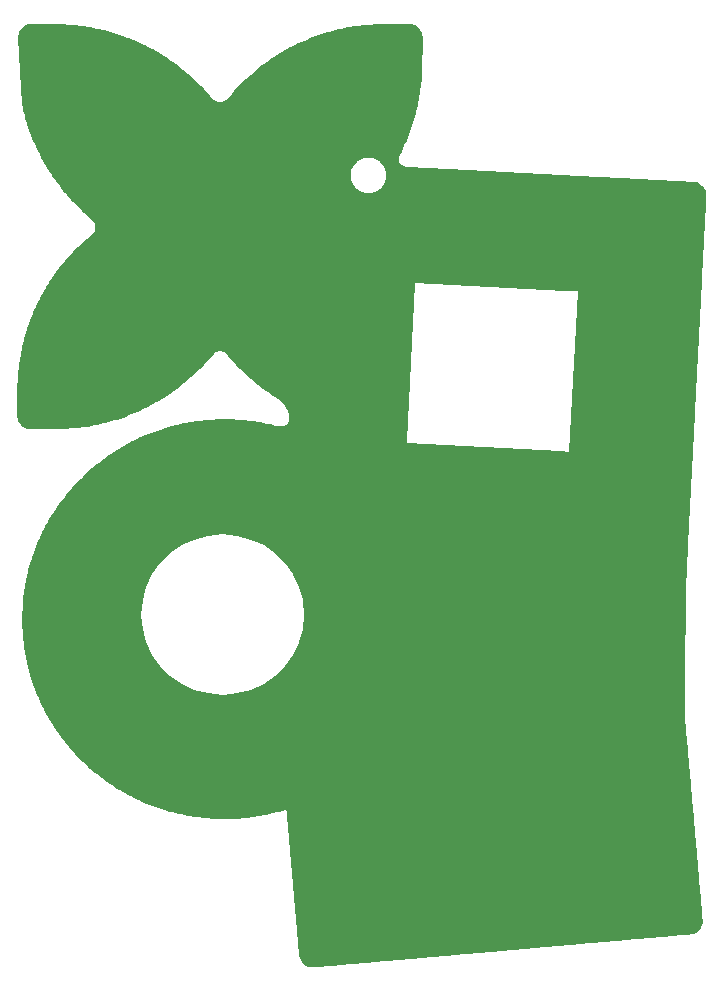
<source format=gbr>
%TF.GenerationSoftware,KiCad,Pcbnew,7.0.10*%
%TF.CreationDate,2024-05-13T16:35:12+02:00*%
%TF.ProjectId,MINT-Labs,4d494e54-2d4c-4616-9273-2e6b69636164,rev?*%
%TF.SameCoordinates,Original*%
%TF.FileFunction,Copper,L1,Top*%
%TF.FilePolarity,Positive*%
%FSLAX46Y46*%
G04 Gerber Fmt 4.6, Leading zero omitted, Abs format (unit mm)*
G04 Created by KiCad (PCBNEW 7.0.10) date 2024-05-13 16:35:12*
%MOMM*%
%LPD*%
G01*
G04 APERTURE LIST*
G04 APERTURE END LIST*
%TA.AperFunction,NonConductor*%
G36*
X119014180Y-55004968D02*
G01*
X119015056Y-55005078D01*
X119024367Y-55005130D01*
X119031931Y-55005403D01*
X119059352Y-55007231D01*
X119077833Y-55005646D01*
X119250062Y-55007365D01*
X119250062Y-55007364D01*
X119274422Y-55007607D01*
X119274833Y-55007528D01*
X119494373Y-55008983D01*
X119494373Y-55008982D01*
X119508777Y-55009078D01*
X119508933Y-55009059D01*
X119754689Y-55010375D01*
X119754691Y-55010374D01*
X120024595Y-55011908D01*
X120024595Y-55011907D01*
X120024669Y-55011908D01*
X120024821Y-55011908D01*
X120297635Y-55013950D01*
X120567309Y-55016870D01*
X120567790Y-55016877D01*
X120827364Y-55021039D01*
X120827980Y-55021051D01*
X121071213Y-55026816D01*
X121072408Y-55026851D01*
X121292692Y-55034574D01*
X121294268Y-55034640D01*
X121539832Y-55046709D01*
X121541270Y-55046790D01*
X121786742Y-55062058D01*
X121788085Y-55062150D01*
X122033305Y-55080631D01*
X122034684Y-55080745D01*
X122279485Y-55102451D01*
X122281104Y-55102605D01*
X122525552Y-55127562D01*
X122526916Y-55127710D01*
X122771110Y-55155959D01*
X122772674Y-55156150D01*
X123016396Y-55187691D01*
X123017836Y-55187888D01*
X123260917Y-55222723D01*
X123262513Y-55222962D01*
X123466930Y-55255131D01*
X123505172Y-55261149D01*
X123506870Y-55261429D01*
X123748843Y-55302956D01*
X123750503Y-55303252D01*
X123991856Y-55348156D01*
X123993468Y-55348468D01*
X124234192Y-55396779D01*
X124235870Y-55397128D01*
X124460239Y-55445486D01*
X124475712Y-55448821D01*
X124477872Y-55449307D01*
X124691675Y-55499396D01*
X124693691Y-55499887D01*
X124928744Y-55559272D01*
X124930359Y-55559692D01*
X125180267Y-55626542D01*
X125181581Y-55626901D01*
X125440222Y-55699451D01*
X125441453Y-55699805D01*
X125702276Y-55776160D01*
X125703406Y-55776497D01*
X125960280Y-55854882D01*
X125961708Y-55855328D01*
X126208168Y-55933856D01*
X126209701Y-55934357D01*
X126439585Y-56011233D01*
X126441644Y-56011942D01*
X126648627Y-56085308D01*
X126650620Y-56086036D01*
X126889716Y-56175896D01*
X126891302Y-56176492D01*
X126893096Y-56177183D01*
X127007542Y-56222233D01*
X127132359Y-56271366D01*
X127134078Y-56272058D01*
X127278013Y-56331300D01*
X127371880Y-56369934D01*
X127373640Y-56370674D01*
X127609854Y-56472176D01*
X127611593Y-56472939D01*
X127745348Y-56532857D01*
X127845067Y-56577529D01*
X127846282Y-56578073D01*
X127847982Y-56578850D01*
X127990770Y-56645453D01*
X128080942Y-56687513D01*
X128082647Y-56688324D01*
X128314004Y-56800558D01*
X128315690Y-56801391D01*
X128455495Y-56871851D01*
X128544486Y-56916702D01*
X128545320Y-56917122D01*
X128546988Y-56917979D01*
X128774916Y-57037210D01*
X128776461Y-57038033D01*
X129001644Y-57160189D01*
X129002540Y-57160675D01*
X129004122Y-57161548D01*
X129228448Y-57287644D01*
X129229903Y-57288477D01*
X129452256Y-57417893D01*
X129453778Y-57418794D01*
X129565692Y-57486195D01*
X129674187Y-57551537D01*
X129675709Y-57552468D01*
X129894177Y-57688532D01*
X129895470Y-57689351D01*
X130058947Y-57794582D01*
X130111861Y-57828644D01*
X130113406Y-57829655D01*
X130327626Y-57972106D01*
X130329155Y-57973140D01*
X130541187Y-58118733D01*
X130542698Y-58119787D01*
X130752553Y-58268521D01*
X130754046Y-58269596D01*
X130961754Y-58421489D01*
X130963201Y-58422564D01*
X131168626Y-58577519D01*
X131170000Y-58578572D01*
X131373173Y-58736610D01*
X131374451Y-58737619D01*
X131575323Y-58898705D01*
X131576661Y-58899795D01*
X131775066Y-59063798D01*
X131776353Y-59064878D01*
X131972225Y-59231740D01*
X131973598Y-59232927D01*
X132104896Y-59348184D01*
X132167000Y-59402701D01*
X132168375Y-59403927D01*
X132359098Y-59576434D01*
X132360456Y-59577681D01*
X132548653Y-59753060D01*
X132549948Y-59754285D01*
X132672322Y-59871776D01*
X132735582Y-59932513D01*
X132736864Y-59933762D01*
X132919642Y-60114564D01*
X132919737Y-60114658D01*
X132921028Y-60115954D01*
X133101257Y-60299640D01*
X133102494Y-60300920D01*
X133279906Y-60487234D01*
X133281161Y-60488572D01*
X133455750Y-60677515D01*
X133456951Y-60678835D01*
X133628655Y-60870355D01*
X133629892Y-60871756D01*
X133798646Y-61065790D01*
X133799865Y-61067213D01*
X133960510Y-61257661D01*
X133962379Y-61259876D01*
X133965753Y-61264291D01*
X133966647Y-61265248D01*
X133970795Y-61268902D01*
X134141637Y-61435037D01*
X134144082Y-61437785D01*
X134146058Y-61439530D01*
X134148026Y-61441352D01*
X134150007Y-61442566D01*
X134154355Y-61445351D01*
X134157133Y-61446701D01*
X134339653Y-61555122D01*
X134343298Y-61557611D01*
X134346393Y-61559306D01*
X134350397Y-61560560D01*
X134350588Y-61560627D01*
X134354648Y-61561481D01*
X134543163Y-61614705D01*
X134547488Y-61615926D01*
X134553730Y-61618095D01*
X134555785Y-61618370D01*
X134562499Y-61617941D01*
X134758734Y-61617686D01*
X134764127Y-61617994D01*
X134766080Y-61617910D01*
X134768914Y-61617200D01*
X134773721Y-61615492D01*
X134965563Y-61560751D01*
X134969715Y-61559876D01*
X134970175Y-61559713D01*
X134974134Y-61558454D01*
X134977819Y-61556390D01*
X134977998Y-61556297D01*
X134981448Y-61553894D01*
X135162844Y-61445351D01*
X135165905Y-61443854D01*
X135169419Y-61441561D01*
X135171962Y-61439990D01*
X135174148Y-61437915D01*
X135176972Y-61435368D01*
X135179275Y-61432705D01*
X135348072Y-61267340D01*
X135353056Y-61262964D01*
X135357052Y-61257670D01*
X135505238Y-61080358D01*
X135506218Y-61079203D01*
X135660446Y-60899753D01*
X135661430Y-60898626D01*
X135818024Y-60721412D01*
X135819089Y-60720225D01*
X135978057Y-60545213D01*
X135979141Y-60544034D01*
X136140399Y-60371291D01*
X136141753Y-60369865D01*
X136294564Y-60211744D01*
X136295936Y-60210349D01*
X136467395Y-60038875D01*
X136468450Y-60037834D01*
X136653952Y-59857336D01*
X136654910Y-59856415D01*
X136849608Y-59671438D01*
X136850426Y-59670669D01*
X137049746Y-59485509D01*
X137050507Y-59484810D01*
X137249409Y-59304177D01*
X137250372Y-59303314D01*
X137444075Y-59131675D01*
X137445241Y-59130656D01*
X137629001Y-58972440D01*
X137630471Y-58971197D01*
X137799539Y-58830815D01*
X137801200Y-58829462D01*
X138001028Y-58669798D01*
X138002510Y-58668634D01*
X138002643Y-58668531D01*
X138204914Y-58511966D01*
X138206149Y-58511025D01*
X138410964Y-58357466D01*
X138412275Y-58356498D01*
X138619521Y-58206023D01*
X138620874Y-58205057D01*
X138830365Y-58057781D01*
X138831712Y-58056850D01*
X139043308Y-57912859D01*
X139044750Y-57911894D01*
X139258509Y-57771131D01*
X139259972Y-57770183D01*
X139475886Y-57632640D01*
X139477375Y-57631707D01*
X139695386Y-57497414D01*
X139696741Y-57496594D01*
X139916780Y-57365581D01*
X139918256Y-57364718D01*
X140140134Y-57237090D01*
X140141617Y-57236251D01*
X140365448Y-57111934D01*
X140366944Y-57111117D01*
X140592596Y-56990176D01*
X140594061Y-56989405D01*
X140821619Y-56871791D01*
X140823040Y-56871069D01*
X141052205Y-56756932D01*
X141053789Y-56756157D01*
X141284728Y-56645407D01*
X141286212Y-56644709D01*
X141518735Y-56537440D01*
X141520289Y-56536736D01*
X141754436Y-56432923D01*
X141755816Y-56432324D01*
X141991617Y-56331957D01*
X141993056Y-56331358D01*
X142230111Y-56234607D01*
X142231684Y-56233979D01*
X142470268Y-56140730D01*
X142471798Y-56140145D01*
X142711700Y-56050486D01*
X142713284Y-56049908D01*
X142954421Y-55963869D01*
X142955973Y-55963327D01*
X143198445Y-55880878D01*
X143200078Y-55880336D01*
X143443705Y-55801541D01*
X143445318Y-55801034D01*
X143689960Y-55725941D01*
X143691710Y-55725417D01*
X143937535Y-55653983D01*
X143939206Y-55653511D01*
X144186060Y-55585786D01*
X144187672Y-55585357D01*
X144435534Y-55521357D01*
X144437215Y-55520936D01*
X144685998Y-55460693D01*
X144687677Y-55460300D01*
X144937346Y-55403830D01*
X144938994Y-55403470D01*
X145189488Y-55350801D01*
X145191305Y-55350434D01*
X145442359Y-55301628D01*
X145444206Y-55301284D01*
X145696108Y-55256295D01*
X145697887Y-55255990D01*
X145950581Y-55214849D01*
X145952203Y-55214598D01*
X146205162Y-55177399D01*
X146207532Y-55177075D01*
X146425261Y-55149479D01*
X146427441Y-55149224D01*
X146668310Y-55123420D01*
X146670004Y-55123251D01*
X146927569Y-55099514D01*
X146928854Y-55099404D01*
X147196415Y-55078019D01*
X147197551Y-55077934D01*
X147468932Y-55059139D01*
X147470005Y-55059071D01*
X147738172Y-55043159D01*
X147739283Y-55043098D01*
X147998211Y-55030300D01*
X147999347Y-55030249D01*
X148242066Y-55020833D01*
X148243589Y-55020784D01*
X148464032Y-55014982D01*
X148465055Y-55014961D01*
X148711656Y-55011119D01*
X148712325Y-55011111D01*
X148959633Y-55008717D01*
X148959680Y-55008716D01*
X149207236Y-55007499D01*
X149207236Y-55007498D01*
X149207306Y-55007498D01*
X149207403Y-55007497D01*
X149454726Y-55007178D01*
X149702132Y-55007475D01*
X149702227Y-55007476D01*
X149702228Y-55007477D01*
X149947867Y-55008109D01*
X149949841Y-55008115D01*
X149949843Y-55008116D01*
X150183145Y-55008775D01*
X150183258Y-55008789D01*
X150197464Y-55008816D01*
X150197465Y-55008817D01*
X150420719Y-55009250D01*
X150421579Y-55009422D01*
X150434683Y-55009353D01*
X150455723Y-55011038D01*
X150468249Y-55013125D01*
X150474468Y-55010369D01*
X150490737Y-55009295D01*
X150686773Y-55009284D01*
X150698751Y-55009863D01*
X150908619Y-55030241D01*
X150932597Y-55034990D01*
X151121271Y-55092165D01*
X151143629Y-55101407D01*
X151313880Y-55192156D01*
X151333857Y-55205434D01*
X151476536Y-55321638D01*
X151481836Y-55325954D01*
X151498884Y-55342831D01*
X151618544Y-55486774D01*
X151620647Y-55489303D01*
X151634247Y-55509370D01*
X151725867Y-55677988D01*
X151735425Y-55700710D01*
X151793054Y-55887931D01*
X151797961Y-55912429D01*
X151818250Y-56121413D01*
X151818829Y-56133824D01*
X151818025Y-56366338D01*
X151818025Y-56366345D01*
X151817186Y-56605192D01*
X151817186Y-56605229D01*
X151816613Y-56755579D01*
X151816275Y-56844111D01*
X151816275Y-56844113D01*
X151815433Y-57037618D01*
X151815235Y-57082989D01*
X151814364Y-57288040D01*
X151814292Y-57304887D01*
X151814292Y-57304890D01*
X151813427Y-57497489D01*
X151813195Y-57549013D01*
X151813194Y-57549221D01*
X151811588Y-57809636D01*
X151811585Y-57810000D01*
X151809135Y-58079181D01*
X151809129Y-58079714D01*
X151805476Y-58352200D01*
X151805464Y-58352932D01*
X151800270Y-58621920D01*
X151800247Y-58622915D01*
X151793166Y-58881882D01*
X151793121Y-58883247D01*
X151783827Y-59125501D01*
X151783738Y-59127433D01*
X151771885Y-59346949D01*
X151771744Y-59349176D01*
X151753247Y-59605858D01*
X151753095Y-59607770D01*
X151730599Y-59864480D01*
X151730417Y-59866383D01*
X151703980Y-60122587D01*
X151703770Y-60124480D01*
X151673399Y-60380258D01*
X151673161Y-60382142D01*
X151638866Y-60637504D01*
X151638599Y-60639378D01*
X151600428Y-60894070D01*
X151600134Y-60895936D01*
X151558069Y-61150122D01*
X151557747Y-61151978D01*
X151511828Y-61405482D01*
X151511479Y-61407330D01*
X151461720Y-61660115D01*
X151461344Y-61661951D01*
X151407777Y-61913923D01*
X151407374Y-61915752D01*
X151350006Y-62166897D01*
X151349576Y-62168716D01*
X151288439Y-62418926D01*
X151287983Y-62420735D01*
X151223050Y-62670138D01*
X151222567Y-62671938D01*
X151153909Y-62920282D01*
X151153398Y-62922075D01*
X151080979Y-63169481D01*
X151080443Y-63171262D01*
X151004398Y-63417303D01*
X151003836Y-63419077D01*
X150924048Y-63664134D01*
X150923459Y-63665897D01*
X150840012Y-63909714D01*
X150839396Y-63911470D01*
X150752320Y-64153950D01*
X150751679Y-64155695D01*
X150660957Y-64396897D01*
X150660288Y-64398634D01*
X150565950Y-64638461D01*
X150565256Y-64640189D01*
X150467376Y-64878452D01*
X150466655Y-64880171D01*
X150365131Y-65117108D01*
X150364383Y-65118817D01*
X150259360Y-65354077D01*
X150258585Y-65355778D01*
X150150016Y-65589456D01*
X150149237Y-65591101D01*
X150131814Y-65627168D01*
X150037135Y-65823150D01*
X150036306Y-65824832D01*
X149922794Y-66051002D01*
X149920324Y-66055430D01*
X149919603Y-66057055D01*
X149917985Y-66061923D01*
X149833329Y-66279451D01*
X149832020Y-66282209D01*
X149830055Y-66287840D01*
X149830047Y-66287862D01*
X149829019Y-66294033D01*
X149828847Y-66297029D01*
X149802580Y-66496607D01*
X149801804Y-66500980D01*
X149801719Y-66502113D01*
X149801894Y-66503769D01*
X149802807Y-66508058D01*
X149832635Y-66689848D01*
X149833090Y-66693162D01*
X149834785Y-66696080D01*
X149920241Y-66852520D01*
X149921504Y-66854949D01*
X149923881Y-66856955D01*
X149930448Y-66862782D01*
X150060688Y-66978329D01*
X150064273Y-66981765D01*
X150069020Y-66983632D01*
X150250934Y-67063867D01*
X150254574Y-67065791D01*
X150255692Y-67066207D01*
X150259033Y-67067563D01*
X150262589Y-67068229D01*
X150264028Y-67068543D01*
X150268015Y-67068892D01*
X150497757Y-67105874D01*
X150503601Y-67107071D01*
X150509632Y-67107077D01*
X150767080Y-67120601D01*
X150767080Y-67120600D01*
X150793345Y-67121980D01*
X150793367Y-67121980D01*
X151030933Y-67134459D01*
X151030933Y-67134458D01*
X151057199Y-67135838D01*
X151057224Y-67135838D01*
X151294785Y-67148316D01*
X151321096Y-67149698D01*
X151321105Y-67149697D01*
X151558638Y-67162174D01*
X151558638Y-67162173D01*
X151584904Y-67163553D01*
X151584930Y-67163553D01*
X151822491Y-67176031D01*
X151822491Y-67176030D01*
X151848756Y-67177410D01*
X151848783Y-67177410D01*
X152086345Y-67189888D01*
X152086345Y-67189887D01*
X152112610Y-67191267D01*
X152112637Y-67191267D01*
X152350198Y-67203745D01*
X152350198Y-67203744D01*
X152376463Y-67205124D01*
X152376490Y-67205124D01*
X152614051Y-67217602D01*
X152614051Y-67217601D01*
X152640316Y-67218981D01*
X152640343Y-67218981D01*
X152877904Y-67231459D01*
X152877904Y-67231458D01*
X152904169Y-67232838D01*
X152904201Y-67232839D01*
X153141757Y-67245315D01*
X153141757Y-67245314D01*
X153168022Y-67246694D01*
X153168049Y-67246694D01*
X153405610Y-67259172D01*
X153405610Y-67259171D01*
X153431875Y-67260551D01*
X153431907Y-67260552D01*
X153669463Y-67273028D01*
X153669463Y-67273027D01*
X153695728Y-67274407D01*
X153695755Y-67274407D01*
X153933316Y-67286885D01*
X153933316Y-67286884D01*
X153959581Y-67288264D01*
X153959613Y-67288265D01*
X154197169Y-67300741D01*
X154197169Y-67300740D01*
X154223434Y-67302120D01*
X154223466Y-67302121D01*
X154461022Y-67314597D01*
X154461022Y-67314596D01*
X154487287Y-67315976D01*
X154487319Y-67315977D01*
X154724875Y-67328453D01*
X154724875Y-67328452D01*
X154751140Y-67329832D01*
X154751172Y-67329833D01*
X154988729Y-67342309D01*
X154988729Y-67342308D01*
X155014994Y-67343688D01*
X155015026Y-67343689D01*
X155252582Y-67356165D01*
X155252582Y-67356164D01*
X155278847Y-67357544D01*
X155278879Y-67357545D01*
X155516435Y-67370021D01*
X155516435Y-67370020D01*
X155542700Y-67371400D01*
X155542732Y-67371401D01*
X155780288Y-67383877D01*
X155780288Y-67383876D01*
X155806554Y-67385256D01*
X155806590Y-67385257D01*
X156044141Y-67397732D01*
X156044141Y-67397731D01*
X156070405Y-67399111D01*
X156070438Y-67399112D01*
X156307994Y-67411588D01*
X156307994Y-67411587D01*
X156334259Y-67412967D01*
X156334291Y-67412968D01*
X156571848Y-67425444D01*
X156571848Y-67425443D01*
X156598114Y-67426823D01*
X156598150Y-67426824D01*
X156835701Y-67439299D01*
X156835701Y-67439298D01*
X156861965Y-67440678D01*
X156861998Y-67440679D01*
X157099554Y-67453155D01*
X157099554Y-67453154D01*
X157125820Y-67454534D01*
X157125856Y-67454535D01*
X157363407Y-67467010D01*
X157363407Y-67467009D01*
X157389671Y-67468389D01*
X157389704Y-67468390D01*
X157627260Y-67480866D01*
X157627260Y-67480865D01*
X157653526Y-67482245D01*
X157653562Y-67482246D01*
X157891114Y-67494721D01*
X157891114Y-67494720D01*
X157917378Y-67496100D01*
X157917411Y-67496101D01*
X158154967Y-67508577D01*
X158154967Y-67508576D01*
X158181233Y-67509956D01*
X158181269Y-67509957D01*
X158418820Y-67522432D01*
X158418820Y-67522431D01*
X158445084Y-67523811D01*
X158445123Y-67523812D01*
X158682673Y-67536287D01*
X158682673Y-67536286D01*
X158708937Y-67537666D01*
X158708970Y-67537667D01*
X158946527Y-67550143D01*
X158946527Y-67550142D01*
X158972793Y-67551522D01*
X158972829Y-67551523D01*
X159210380Y-67563998D01*
X159210380Y-67563997D01*
X159236644Y-67565377D01*
X159236683Y-67565378D01*
X159474233Y-67577853D01*
X159474233Y-67577852D01*
X159500497Y-67579232D01*
X159500536Y-67579233D01*
X159738086Y-67591708D01*
X159738086Y-67591707D01*
X159764350Y-67593087D01*
X159764383Y-67593088D01*
X160001940Y-67605564D01*
X160001940Y-67605563D01*
X160028206Y-67606943D01*
X160028242Y-67606944D01*
X160265793Y-67619419D01*
X160265793Y-67619418D01*
X160292057Y-67620798D01*
X160292096Y-67620799D01*
X160529646Y-67633274D01*
X160529646Y-67633273D01*
X160555910Y-67634653D01*
X160555943Y-67634654D01*
X160793500Y-67647130D01*
X160793500Y-67647129D01*
X160819766Y-67648509D01*
X160819802Y-67648510D01*
X161057353Y-67660985D01*
X161057353Y-67660984D01*
X161083617Y-67662364D01*
X161083656Y-67662365D01*
X161321206Y-67674840D01*
X161321206Y-67674839D01*
X161347470Y-67676219D01*
X161347503Y-67676220D01*
X161585059Y-67688696D01*
X161585059Y-67688695D01*
X161611325Y-67690075D01*
X161611361Y-67690076D01*
X161848913Y-67702551D01*
X161848913Y-67702550D01*
X161875177Y-67703930D01*
X161875210Y-67703931D01*
X162112766Y-67716407D01*
X162112766Y-67716406D01*
X162139032Y-67717786D01*
X162139068Y-67717787D01*
X162376619Y-67730262D01*
X162376619Y-67730261D01*
X162402883Y-67731641D01*
X162402916Y-67731642D01*
X162640472Y-67744118D01*
X162640472Y-67744117D01*
X162666738Y-67745497D01*
X162666774Y-67745498D01*
X162904326Y-67757973D01*
X162904326Y-67757972D01*
X162930590Y-67759352D01*
X162930623Y-67759353D01*
X163168179Y-67771829D01*
X163168179Y-67771828D01*
X163194444Y-67773208D01*
X163194476Y-67773209D01*
X163432032Y-67785685D01*
X163432032Y-67785684D01*
X163458297Y-67787064D01*
X163458329Y-67787065D01*
X163695885Y-67799541D01*
X163695885Y-67799540D01*
X163722150Y-67800920D01*
X163722182Y-67800921D01*
X163959739Y-67813397D01*
X163959739Y-67813396D01*
X163986005Y-67814776D01*
X163986041Y-67814777D01*
X164223592Y-67827252D01*
X164223592Y-67827251D01*
X164249856Y-67828631D01*
X164249885Y-67828631D01*
X164487445Y-67841109D01*
X164487445Y-67841108D01*
X164513710Y-67842488D01*
X164513742Y-67842489D01*
X164751298Y-67854965D01*
X164751298Y-67854964D01*
X164777563Y-67856344D01*
X164777595Y-67856345D01*
X165015152Y-67868821D01*
X165015152Y-67868820D01*
X165041417Y-67870200D01*
X165041449Y-67870201D01*
X165279005Y-67882677D01*
X165279005Y-67882676D01*
X165305270Y-67884056D01*
X165305302Y-67884057D01*
X165542858Y-67896533D01*
X165542858Y-67896532D01*
X165569123Y-67897912D01*
X165569150Y-67897912D01*
X165806711Y-67910390D01*
X165806711Y-67910389D01*
X165832976Y-67911769D01*
X165833003Y-67911769D01*
X166070565Y-67924247D01*
X166070565Y-67924246D01*
X166096830Y-67925626D01*
X166096862Y-67925627D01*
X166334418Y-67938103D01*
X166334418Y-67938102D01*
X166360683Y-67939482D01*
X166360710Y-67939482D01*
X166598271Y-67951960D01*
X166598271Y-67951959D01*
X166624536Y-67953339D01*
X166624563Y-67953339D01*
X166862124Y-67965817D01*
X166862124Y-67965816D01*
X166888389Y-67967196D01*
X166888416Y-67967196D01*
X167125977Y-67979674D01*
X167125977Y-67979673D01*
X167152242Y-67981053D01*
X167152269Y-67981053D01*
X167389831Y-67993531D01*
X167389831Y-67993530D01*
X167416096Y-67994910D01*
X167416123Y-67994910D01*
X167653684Y-68007388D01*
X167679995Y-68008770D01*
X167680004Y-68008769D01*
X167917537Y-68021246D01*
X167917537Y-68021245D01*
X167943803Y-68022625D01*
X167943829Y-68022625D01*
X168181390Y-68035103D01*
X168207701Y-68036485D01*
X168207710Y-68036484D01*
X168445243Y-68048961D01*
X168445243Y-68048960D01*
X168471508Y-68050340D01*
X168471530Y-68050340D01*
X168709096Y-68062819D01*
X168709096Y-68062818D01*
X168735361Y-68064198D01*
X168735383Y-68064198D01*
X168972949Y-68076677D01*
X168972949Y-68076676D01*
X168999214Y-68078056D01*
X168999236Y-68078056D01*
X169236803Y-68090535D01*
X169236803Y-68090534D01*
X169263068Y-68091914D01*
X169263090Y-68091914D01*
X169500656Y-68104393D01*
X169500656Y-68104392D01*
X169526967Y-68105775D01*
X169526975Y-68105774D01*
X169764509Y-68118252D01*
X169764509Y-68118251D01*
X169790820Y-68119634D01*
X169790828Y-68119633D01*
X170028362Y-68132111D01*
X170028362Y-68132110D01*
X170054627Y-68133490D01*
X170054649Y-68133490D01*
X170292215Y-68145969D01*
X170292215Y-68145968D01*
X170318526Y-68147351D01*
X170318534Y-68147350D01*
X170556068Y-68159828D01*
X170556068Y-68159827D01*
X170582390Y-68161210D01*
X170582395Y-68161210D01*
X170819921Y-68173688D01*
X170819921Y-68173687D01*
X170846232Y-68175070D01*
X170846240Y-68175069D01*
X171083774Y-68187547D01*
X171083774Y-68187546D01*
X171110096Y-68188929D01*
X171110101Y-68188929D01*
X171347627Y-68201407D01*
X171347627Y-68201406D01*
X171373938Y-68202789D01*
X171373946Y-68202788D01*
X171611480Y-68215266D01*
X171611480Y-68215265D01*
X171637802Y-68216648D01*
X171637807Y-68216648D01*
X171875333Y-68229126D01*
X171875333Y-68229125D01*
X171901656Y-68230508D01*
X171901658Y-68230508D01*
X172139186Y-68242987D01*
X172139186Y-68242986D01*
X172165497Y-68244369D01*
X172165504Y-68244368D01*
X172403039Y-68256847D01*
X172403039Y-68256846D01*
X172429362Y-68258229D01*
X172429364Y-68258229D01*
X172666892Y-68270708D01*
X172666892Y-68270707D01*
X172693203Y-68272090D01*
X172693210Y-68272089D01*
X172930745Y-68284568D01*
X172930745Y-68284567D01*
X172957068Y-68285950D01*
X172957070Y-68285950D01*
X173194598Y-68298429D01*
X173194598Y-68298428D01*
X173220920Y-68299811D01*
X173220921Y-68299811D01*
X173458450Y-68312291D01*
X173458450Y-68312290D01*
X173484772Y-68313673D01*
X173484775Y-68313673D01*
X173722303Y-68326152D01*
X173722303Y-68326151D01*
X173748625Y-68327534D01*
X173748626Y-68327534D01*
X173986156Y-68340014D01*
X173986156Y-68340013D01*
X174012478Y-68341396D01*
X174012479Y-68341396D01*
X174250009Y-68353876D01*
X174250009Y-68353875D01*
X174276331Y-68355258D01*
X174276332Y-68355258D01*
X174513862Y-68367738D01*
X174513862Y-68367737D01*
X174540184Y-68369120D01*
X174540185Y-68369120D01*
X174771379Y-68381267D01*
X174783748Y-68382542D01*
X174992004Y-68414659D01*
X175016032Y-68420879D01*
X175201727Y-68489414D01*
X175223587Y-68500020D01*
X175389647Y-68601799D01*
X175408673Y-68616146D01*
X175504378Y-68703945D01*
X175551268Y-68746961D01*
X175567093Y-68764540D01*
X175682258Y-68920055D01*
X175694535Y-68940482D01*
X175778358Y-69116282D01*
X175786616Y-69139134D01*
X175835327Y-69330983D01*
X175838998Y-69355539D01*
X175849126Y-69566009D01*
X175849099Y-69578468D01*
X175835650Y-69834725D01*
X175835650Y-69834726D01*
X175821877Y-70097139D01*
X175821877Y-70097140D01*
X175808104Y-70359553D01*
X175808104Y-70359554D01*
X175794330Y-70621967D01*
X175794330Y-70621968D01*
X175780556Y-70884381D01*
X175780556Y-70884382D01*
X175766782Y-71146794D01*
X175766782Y-71146795D01*
X175753007Y-71409208D01*
X175753007Y-71409209D01*
X175739232Y-71671621D01*
X175739232Y-71671622D01*
X175739147Y-71673244D01*
X175739146Y-71673243D01*
X175739145Y-71673275D01*
X175725370Y-71935659D01*
X175725369Y-71935689D01*
X175711594Y-72198072D01*
X175711593Y-72198102D01*
X175697818Y-72460485D01*
X175697817Y-72460515D01*
X175684042Y-72722898D01*
X175684041Y-72722927D01*
X175670265Y-72985311D01*
X175670264Y-72985339D01*
X175656487Y-73247724D01*
X175656486Y-73247754D01*
X175642710Y-73510137D01*
X175642709Y-73510165D01*
X175628932Y-73772550D01*
X175628931Y-73772579D01*
X175615154Y-74034963D01*
X175615153Y-74034992D01*
X175601375Y-74297375D01*
X175601374Y-74297404D01*
X175587596Y-74559788D01*
X175587595Y-74559817D01*
X175573817Y-74822201D01*
X175573816Y-74822229D01*
X175560037Y-75084614D01*
X175560036Y-75084642D01*
X175546258Y-75347025D01*
X175546257Y-75347052D01*
X175532477Y-75609438D01*
X175532476Y-75609467D01*
X175518697Y-75871851D01*
X175518696Y-75871877D01*
X175504916Y-76134262D01*
X175504915Y-76134290D01*
X175491135Y-76396674D01*
X175491134Y-76396702D01*
X175477354Y-76659087D01*
X175477353Y-76659115D01*
X175463573Y-76921499D01*
X175463572Y-76921526D01*
X175449791Y-77183912D01*
X175449790Y-77183938D01*
X175436009Y-77446324D01*
X175436008Y-77446350D01*
X175422227Y-77708735D01*
X175422226Y-77708761D01*
X175408444Y-77971147D01*
X175408443Y-77971173D01*
X175394662Y-78233559D01*
X175394661Y-78233585D01*
X175380879Y-78495971D01*
X175380878Y-78495997D01*
X175367096Y-78758383D01*
X175367095Y-78758408D01*
X175353312Y-79020794D01*
X175353311Y-79020821D01*
X175339529Y-79283206D01*
X175339528Y-79283231D01*
X175325745Y-79545617D01*
X175325744Y-79545643D01*
X175311961Y-79808029D01*
X175311960Y-79808055D01*
X175298177Y-80070440D01*
X175298176Y-80070466D01*
X175284393Y-80332852D01*
X175284392Y-80332877D01*
X175270608Y-80595263D01*
X175270607Y-80595288D01*
X175256823Y-80857675D01*
X175256822Y-80857700D01*
X175243038Y-81120086D01*
X175243037Y-81120111D01*
X175229253Y-81382498D01*
X175229252Y-81382523D01*
X175215469Y-81644882D01*
X175215469Y-81644901D01*
X175215468Y-81644909D01*
X175215467Y-81644934D01*
X175201683Y-81907320D01*
X175201682Y-81907346D01*
X175187897Y-82169732D01*
X175187896Y-82169758D01*
X175174112Y-82432143D01*
X175174111Y-82432167D01*
X175160326Y-82694554D01*
X175160325Y-82694579D01*
X175146540Y-82956965D01*
X175146539Y-82956990D01*
X175132754Y-83219376D01*
X175132753Y-83219403D01*
X175118968Y-83481788D01*
X175118967Y-83481813D01*
X175105182Y-83744199D01*
X175105181Y-83744224D01*
X175091396Y-84006610D01*
X175091395Y-84006635D01*
X175077609Y-84269021D01*
X175077608Y-84269046D01*
X175063823Y-84531432D01*
X175063822Y-84531457D01*
X175050036Y-84793843D01*
X175050035Y-84793868D01*
X175036249Y-85056255D01*
X175036248Y-85056280D01*
X175022463Y-85318666D01*
X175022462Y-85318691D01*
X175008676Y-85581077D01*
X175008675Y-85581102D01*
X174994889Y-85843488D01*
X174994888Y-85843513D01*
X174981102Y-86105899D01*
X174981101Y-86105924D01*
X174967315Y-86368310D01*
X174967314Y-86368335D01*
X174953528Y-86630721D01*
X174953527Y-86630746D01*
X174939741Y-86893132D01*
X174939740Y-86893157D01*
X174925954Y-87155544D01*
X174925953Y-87155569D01*
X174912167Y-87417955D01*
X174912166Y-87417980D01*
X174898380Y-87680366D01*
X174898379Y-87680391D01*
X174884593Y-87942777D01*
X174884592Y-87942803D01*
X174870805Y-88205189D01*
X174870805Y-88205200D01*
X174866628Y-88284685D01*
X174857018Y-88467599D01*
X174857017Y-88467624D01*
X174843231Y-88730011D01*
X174843230Y-88730036D01*
X174829444Y-88992422D01*
X174829443Y-88992447D01*
X174815657Y-89254833D01*
X174815656Y-89254858D01*
X174801870Y-89517244D01*
X174801869Y-89517269D01*
X174788083Y-89779656D01*
X174788082Y-89779681D01*
X174774296Y-90042067D01*
X174774295Y-90042092D01*
X174760509Y-90304478D01*
X174760508Y-90304503D01*
X174746722Y-90566890D01*
X174746721Y-90566915D01*
X174732935Y-90829301D01*
X174732934Y-90829326D01*
X174719148Y-91091712D01*
X174719147Y-91091737D01*
X174705361Y-91354124D01*
X174705360Y-91354149D01*
X174691574Y-91616535D01*
X174691573Y-91616562D01*
X174677788Y-91878947D01*
X174677787Y-91878972D01*
X174664001Y-92141359D01*
X174664000Y-92141384D01*
X174650214Y-92403770D01*
X174650213Y-92403797D01*
X174636428Y-92666182D01*
X174636427Y-92666207D01*
X174622642Y-92928593D01*
X174622641Y-92928618D01*
X174608855Y-93191005D01*
X174608854Y-93191032D01*
X174595069Y-93453417D01*
X174595068Y-93453444D01*
X174581283Y-93715829D01*
X174581282Y-93715856D01*
X174567497Y-93978241D01*
X174567496Y-93978267D01*
X174553712Y-94240652D01*
X174553711Y-94240678D01*
X174539926Y-94503064D01*
X174539925Y-94503090D01*
X174526141Y-94765476D01*
X174526140Y-94765502D01*
X174512355Y-95027890D01*
X174512354Y-95027914D01*
X174498570Y-95290301D01*
X174498569Y-95290326D01*
X174484785Y-95552713D01*
X174484784Y-95552738D01*
X174471000Y-95815125D01*
X174470999Y-95815151D01*
X174457216Y-96077537D01*
X174457215Y-96077562D01*
X174443431Y-96339950D01*
X174443430Y-96339976D01*
X174429647Y-96602362D01*
X174429646Y-96602388D01*
X174415863Y-96864775D01*
X174415862Y-96864801D01*
X174402079Y-97127187D01*
X174402078Y-97127213D01*
X174388295Y-97389600D01*
X174388294Y-97389626D01*
X174374511Y-97652012D01*
X174374510Y-97652039D01*
X174360728Y-97914425D01*
X174360727Y-97914451D01*
X174346945Y-98176838D01*
X174346944Y-98176864D01*
X174333162Y-98439251D01*
X174333161Y-98439277D01*
X174319379Y-98701664D01*
X174319378Y-98701690D01*
X174305597Y-98964077D01*
X174305596Y-98964103D01*
X174291814Y-99226490D01*
X174291813Y-99226516D01*
X174278032Y-99488903D01*
X174278031Y-99488930D01*
X174264251Y-99751316D01*
X174264250Y-99751343D01*
X174250469Y-100013730D01*
X174250468Y-100013757D01*
X174236688Y-100276142D01*
X174236687Y-100276170D01*
X174222907Y-100538556D01*
X174222906Y-100538584D01*
X174209163Y-100800242D01*
X174209150Y-100800599D01*
X174198237Y-101021571D01*
X174198221Y-101022036D01*
X174187366Y-101266887D01*
X174187358Y-101267317D01*
X174176895Y-101527051D01*
X174176889Y-101527397D01*
X174166994Y-101796363D01*
X174166989Y-101796713D01*
X174157852Y-102069093D01*
X174157847Y-102069445D01*
X174149686Y-102338848D01*
X174149682Y-102339209D01*
X174142937Y-102590873D01*
X174142898Y-102591353D01*
X174137173Y-102842684D01*
X174137170Y-102843087D01*
X174132993Y-103078231D01*
X174133034Y-103078625D01*
X174130239Y-103269886D01*
X174129486Y-103321476D01*
X174129486Y-103321479D01*
X174125742Y-103579326D01*
X174125742Y-103579329D01*
X174123019Y-103768004D01*
X174122020Y-103837188D01*
X174118319Y-104095039D01*
X174114625Y-104353761D01*
X174114625Y-104353793D01*
X174110974Y-104610726D01*
X174110975Y-104610727D01*
X174107331Y-104868573D01*
X174107331Y-104868575D01*
X174103703Y-105126422D01*
X174103703Y-105126424D01*
X174100091Y-105384271D01*
X174100091Y-105384273D01*
X174096493Y-105642119D01*
X174096493Y-105642121D01*
X174092910Y-105899967D01*
X174092910Y-105899969D01*
X174089338Y-106157816D01*
X174089338Y-106157818D01*
X174085778Y-106415665D01*
X174085778Y-106415667D01*
X174083314Y-106594672D01*
X174082228Y-106673519D01*
X174078688Y-106931366D01*
X174075155Y-107189215D01*
X174071618Y-107447905D01*
X174071618Y-107447939D01*
X174068099Y-107705753D01*
X174068099Y-107705790D01*
X174064597Y-107962757D01*
X174064598Y-107962758D01*
X174061088Y-108220605D01*
X174061088Y-108220607D01*
X174057581Y-108478455D01*
X174057581Y-108478457D01*
X174054076Y-108736304D01*
X174054076Y-108736306D01*
X174050571Y-108994155D01*
X174050571Y-108994157D01*
X174047067Y-109252005D01*
X174047067Y-109252007D01*
X174043561Y-109509856D01*
X174043561Y-109509858D01*
X174040053Y-109767708D01*
X174040053Y-109767710D01*
X174040042Y-109768552D01*
X174040041Y-109768551D01*
X174040041Y-109768590D01*
X174036541Y-110025560D01*
X174036541Y-110025562D01*
X174033025Y-110283412D01*
X174033025Y-110283415D01*
X174029503Y-110541266D01*
X174029503Y-110541268D01*
X174025975Y-110799117D01*
X174025975Y-110799121D01*
X174022439Y-111056972D01*
X174022439Y-111056977D01*
X174018894Y-111314827D01*
X174018894Y-111314831D01*
X174015339Y-111572681D01*
X174015339Y-111572686D01*
X174011774Y-111830537D01*
X174011774Y-111830543D01*
X174008194Y-112088612D01*
X174008193Y-112088962D01*
X174007024Y-112300563D01*
X174006970Y-112301215D01*
X174006970Y-112318996D01*
X174007047Y-112319911D01*
X174008875Y-112546663D01*
X174008832Y-112547465D01*
X174008925Y-112553594D01*
X174008926Y-112553847D01*
X174013707Y-112806143D01*
X174013692Y-112806452D01*
X174013837Y-112813178D01*
X174013842Y-112813675D01*
X174013850Y-112813954D01*
X174013864Y-112814504D01*
X174013880Y-112814998D01*
X174021854Y-113095892D01*
X174021999Y-113096906D01*
X174031612Y-113355354D01*
X174031629Y-113355900D01*
X174031631Y-113355944D01*
X174031666Y-113356798D01*
X174032098Y-113368235D01*
X174032241Y-113369193D01*
X174043982Y-113624271D01*
X174044007Y-113624964D01*
X174059066Y-113896117D01*
X174059268Y-113897344D01*
X174074038Y-114119312D01*
X174074029Y-114120300D01*
X174074644Y-114128467D01*
X174074678Y-114128939D01*
X174075121Y-114135139D01*
X174075255Y-114136104D01*
X174091753Y-114341478D01*
X174091765Y-114342417D01*
X174092422Y-114349813D01*
X174115702Y-114611930D01*
X174115702Y-114611932D01*
X174130162Y-114774879D01*
X174138962Y-114874051D01*
X174138962Y-114874059D01*
X174161955Y-115133384D01*
X174161961Y-115133445D01*
X174185425Y-115398294D01*
X174185426Y-115398303D01*
X174208385Y-115657680D01*
X174208388Y-115657698D01*
X174231814Y-115922547D01*
X174231814Y-115922555D01*
X174254740Y-116181948D01*
X174254739Y-116181948D01*
X174254742Y-116181958D01*
X174277891Y-116444069D01*
X174277894Y-116444089D01*
X174278134Y-116446806D01*
X174278134Y-116446808D01*
X174301268Y-116708938D01*
X174301268Y-116708940D01*
X174323858Y-116965070D01*
X174324387Y-116971071D01*
X174324386Y-116971074D01*
X174324387Y-116971078D01*
X174347219Y-117230137D01*
X174347220Y-117230148D01*
X174347251Y-117230495D01*
X174370578Y-117495343D01*
X174370578Y-117495349D01*
X174393411Y-117754754D01*
X174393414Y-117754773D01*
X174416466Y-118016845D01*
X174416472Y-118016904D01*
X174416711Y-118019619D01*
X174416711Y-118019621D01*
X174419469Y-118050988D01*
X174439757Y-118281760D01*
X174439757Y-118281766D01*
X174449220Y-118389458D01*
X174462790Y-118543901D01*
X174462790Y-118543903D01*
X174485810Y-118806044D01*
X174485809Y-118806045D01*
X174485810Y-118806048D01*
X174508579Y-119065470D01*
X174508581Y-119065488D01*
X174531814Y-119330332D01*
X174531814Y-119330337D01*
X174544588Y-119476018D01*
X174554799Y-119592478D01*
X174554799Y-119592480D01*
X174557067Y-119618354D01*
X174577773Y-119854626D01*
X174577772Y-119854627D01*
X174577773Y-119854629D01*
X174600499Y-120114061D01*
X174600500Y-120114077D01*
X174623453Y-120376206D01*
X174623455Y-120376227D01*
X174646636Y-120641072D01*
X174646636Y-120641076D01*
X174669589Y-120903421D01*
X174669589Y-120903425D01*
X174692261Y-121162659D01*
X174692264Y-121162676D01*
X174692500Y-121165373D01*
X174692500Y-121165375D01*
X174705517Y-121314262D01*
X174715419Y-121427525D01*
X174715419Y-121427528D01*
X174738349Y-121689877D01*
X174738349Y-121689880D01*
X174760255Y-121940590D01*
X174761238Y-121951831D01*
X174761238Y-121951833D01*
X174779537Y-122161322D01*
X174784154Y-122214184D01*
X174784154Y-122214187D01*
X174806793Y-122473439D01*
X174806795Y-122473451D01*
X174829935Y-122738493D01*
X174829935Y-122738495D01*
X174852559Y-122997682D01*
X174852563Y-122997730D01*
X174852801Y-123000448D01*
X174852801Y-123000451D01*
X174875671Y-123262519D01*
X174875696Y-123262804D01*
X174875696Y-123262805D01*
X174898571Y-123524960D01*
X174898571Y-123524962D01*
X174921424Y-123786916D01*
X174921424Y-123786918D01*
X174944309Y-124049274D01*
X174944309Y-124049275D01*
X174967174Y-124311430D01*
X174990038Y-124573587D01*
X174990038Y-124573588D01*
X175012882Y-124835544D01*
X175012882Y-124835545D01*
X175035507Y-125094995D01*
X175035508Y-125095017D01*
X175058366Y-125357152D01*
X175058367Y-125357174D01*
X175081226Y-125619309D01*
X175081227Y-125619331D01*
X175104085Y-125881474D01*
X175104088Y-125881489D01*
X175126946Y-126143631D01*
X175126949Y-126143646D01*
X175127183Y-126146329D01*
X175127183Y-126146332D01*
X175150054Y-126408599D01*
X175172917Y-126670756D01*
X175195783Y-126932912D01*
X175218643Y-127194955D01*
X175218643Y-127194958D01*
X175241515Y-127457110D01*
X175241515Y-127457113D01*
X175264400Y-127719379D01*
X175264400Y-127719380D01*
X175287035Y-127978723D01*
X175287036Y-127978735D01*
X175309919Y-128240874D01*
X175309920Y-128240888D01*
X175333054Y-128505841D01*
X175355701Y-128765164D01*
X175355705Y-128765194D01*
X175355940Y-128767883D01*
X175355940Y-128767885D01*
X175378850Y-129030147D01*
X175378850Y-129030149D01*
X175401512Y-129289486D01*
X175401513Y-129289494D01*
X175401749Y-129292187D01*
X175401749Y-129292189D01*
X175424664Y-129554339D01*
X175424664Y-129554341D01*
X175441565Y-129747631D01*
X175447586Y-129816489D01*
X175447585Y-129816489D01*
X175470279Y-130075932D01*
X175470280Y-130075945D01*
X175484771Y-130241556D01*
X175493455Y-130340787D01*
X175493455Y-130340789D01*
X175516412Y-130603047D01*
X175516412Y-130603050D01*
X175538822Y-130858946D01*
X175539284Y-130871379D01*
X175536540Y-131082076D01*
X175533737Y-131106726D01*
X175491821Y-131300126D01*
X175484374Y-131323252D01*
X175406840Y-131501799D01*
X175395284Y-131522655D01*
X175285746Y-131681993D01*
X175270537Y-131700129D01*
X175132726Y-131835742D01*
X175114194Y-131850760D01*
X174951913Y-131958175D01*
X174930416Y-131969544D01*
X174747318Y-132044438D01*
X174723507Y-132051491D01*
X174516529Y-132090795D01*
X174504190Y-132092501D01*
X174253919Y-132114372D01*
X174253886Y-132114374D01*
X173994605Y-132137032D01*
X173994562Y-132137034D01*
X173735283Y-132159693D01*
X173735250Y-132159695D01*
X173475968Y-132182353D01*
X173475929Y-132182355D01*
X173216650Y-132205013D01*
X173216611Y-132205015D01*
X172957333Y-132227673D01*
X172957294Y-132227675D01*
X172698015Y-132250333D01*
X172697976Y-132250335D01*
X172438698Y-132272993D01*
X172438659Y-132272995D01*
X172179381Y-132295653D01*
X172179342Y-132295655D01*
X171920064Y-132318313D01*
X171920020Y-132318316D01*
X171660746Y-132340972D01*
X171660712Y-132340974D01*
X171401431Y-132363632D01*
X171401387Y-132363635D01*
X171142113Y-132386291D01*
X171142079Y-132386293D01*
X170882798Y-132408951D01*
X170882754Y-132408954D01*
X170623481Y-132431610D01*
X170623442Y-132431612D01*
X170364164Y-132454269D01*
X170364130Y-132454271D01*
X170104849Y-132476929D01*
X170104805Y-132476932D01*
X169845532Y-132499588D01*
X169845493Y-132499590D01*
X169586216Y-132522247D01*
X169586182Y-132522249D01*
X169326901Y-132544907D01*
X169326857Y-132544910D01*
X169067584Y-132567566D01*
X169067550Y-132567568D01*
X168808269Y-132590226D01*
X168808225Y-132590229D01*
X168548953Y-132612885D01*
X168548919Y-132612887D01*
X168289638Y-132635545D01*
X168289599Y-132635547D01*
X168030322Y-132658205D01*
X168030278Y-132658208D01*
X167771005Y-132680864D01*
X167770971Y-132680866D01*
X167511690Y-132703524D01*
X167511651Y-132703526D01*
X167252374Y-132726184D01*
X167252335Y-132726186D01*
X167005511Y-132747755D01*
X166990347Y-132749081D01*
X166990346Y-132749081D01*
X166888623Y-132757970D01*
X166733740Y-132771505D01*
X166733705Y-132771507D01*
X166488864Y-132792903D01*
X166471715Y-132794402D01*
X166471714Y-132794402D01*
X166369991Y-132803291D01*
X166215108Y-132816826D01*
X166215073Y-132816828D01*
X165970232Y-132838224D01*
X165953083Y-132839723D01*
X165953082Y-132839723D01*
X165826212Y-132850809D01*
X165696477Y-132862147D01*
X165696438Y-132862149D01*
X165434450Y-132885045D01*
X165434449Y-132885045D01*
X165423041Y-132886042D01*
X165177843Y-132907470D01*
X165177806Y-132907472D01*
X164915817Y-132930368D01*
X164915816Y-132930368D01*
X164656501Y-132953030D01*
X164656500Y-132953030D01*
X164645103Y-132954026D01*
X164397184Y-132975691D01*
X164397184Y-132975692D01*
X164397183Y-132975692D01*
X164137867Y-132998355D01*
X164137866Y-132998355D01*
X163878550Y-133021016D01*
X163878550Y-133021017D01*
X163878549Y-133021017D01*
X163619232Y-133043680D01*
X163619231Y-133043680D01*
X163359915Y-133066343D01*
X163359914Y-133066343D01*
X163100598Y-133089006D01*
X163100597Y-133089006D01*
X162841280Y-133111670D01*
X162841279Y-133111670D01*
X162829677Y-133112684D01*
X162581961Y-133134333D01*
X162581961Y-133134334D01*
X162581960Y-133134334D01*
X162503759Y-133141169D01*
X162325341Y-133156763D01*
X162325330Y-133156763D01*
X162101584Y-133176351D01*
X162101583Y-133176350D01*
X161860925Y-133197474D01*
X161860842Y-133197480D01*
X161601619Y-133220278D01*
X161601600Y-133220279D01*
X161330045Y-133244196D01*
X161330032Y-133244198D01*
X161330031Y-133244198D01*
X161287431Y-133247954D01*
X161060712Y-133267947D01*
X161060694Y-133267950D01*
X161057976Y-133268190D01*
X161057975Y-133268190D01*
X160950281Y-133277698D01*
X160789110Y-133291928D01*
X160532528Y-133314604D01*
X160532527Y-133314595D01*
X160532459Y-133314610D01*
X160531089Y-133314730D01*
X160531090Y-133314731D01*
X160529913Y-133314836D01*
X160529823Y-133314844D01*
X160529812Y-133314845D01*
X160529811Y-133314845D01*
X160286454Y-133336375D01*
X160286453Y-133336374D01*
X160068156Y-133355710D01*
X160068142Y-133355710D01*
X160068143Y-133355711D01*
X159804731Y-133379051D01*
X159804730Y-133379051D01*
X159728785Y-133385775D01*
X159546779Y-133401891D01*
X159546778Y-133401890D01*
X159546770Y-133401892D01*
X159286116Y-133424959D01*
X159286080Y-133424963D01*
X159022666Y-133448260D01*
X159022660Y-133448260D01*
X158764701Y-133471060D01*
X158764694Y-133471062D01*
X158761975Y-133471303D01*
X158761974Y-133471303D01*
X158696631Y-133477075D01*
X158504014Y-133494091D01*
X158504013Y-133494090D01*
X158504003Y-133494092D01*
X158243325Y-133517108D01*
X158243306Y-133517109D01*
X158243307Y-133517110D01*
X157979894Y-133540355D01*
X157979893Y-133540355D01*
X157721918Y-133563107D01*
X157721918Y-133563106D01*
X157721912Y-133563108D01*
X157719197Y-133563348D01*
X157719196Y-133563348D01*
X157648279Y-133569599D01*
X157461246Y-133586086D01*
X157461217Y-133586089D01*
X157458499Y-133586329D01*
X157458498Y-133586329D01*
X157197800Y-133609298D01*
X157197795Y-133609298D01*
X156937099Y-133632257D01*
X156937094Y-133632257D01*
X156679114Y-133654964D01*
X156679107Y-133654966D01*
X156676397Y-133655205D01*
X156676396Y-133655205D01*
X156586246Y-133663136D01*
X156418413Y-133677902D01*
X156418412Y-133677901D01*
X156418402Y-133677903D01*
X156158064Y-133700798D01*
X156157731Y-133700827D01*
X156156260Y-133700957D01*
X156154988Y-133701069D01*
X155894284Y-133723985D01*
X155894280Y-133723985D01*
X155633578Y-133746893D01*
X155633573Y-133746893D01*
X155375585Y-133769551D01*
X155375576Y-133769553D01*
X155372870Y-133769791D01*
X155372869Y-133769791D01*
X155112162Y-133792680D01*
X155112158Y-133792680D01*
X154854462Y-133815295D01*
X154854195Y-133815319D01*
X154851452Y-133815560D01*
X154851451Y-133815560D01*
X154590742Y-133838432D01*
X154590738Y-133838432D01*
X154330031Y-133861295D01*
X154330027Y-133861295D01*
X154072023Y-133883912D01*
X154072017Y-133883914D01*
X154069318Y-133884151D01*
X154069317Y-133884151D01*
X153845800Y-133903739D01*
X153808605Y-133906999D01*
X153808602Y-133906999D01*
X153547892Y-133929840D01*
X153547889Y-133929840D01*
X153289890Y-133952436D01*
X153289626Y-133952458D01*
X153029177Y-133975264D01*
X153029158Y-133975265D01*
X153026463Y-133975502D01*
X153026462Y-133975502D01*
X152765747Y-133998323D01*
X152765744Y-133998323D01*
X152507728Y-134020902D01*
X152507725Y-134020902D01*
X152247013Y-134043710D01*
X152247012Y-134043709D01*
X152247007Y-134043711D01*
X151986307Y-134066512D01*
X151986293Y-134066515D01*
X151983596Y-134066751D01*
X151983595Y-134066751D01*
X151722880Y-134089550D01*
X151722878Y-134089550D01*
X151462160Y-134112344D01*
X151462158Y-134112344D01*
X151201442Y-134135133D01*
X151201440Y-134135133D01*
X150943429Y-134157682D01*
X150943378Y-134157686D01*
X150682711Y-134180463D01*
X150682664Y-134180466D01*
X150421994Y-134203240D01*
X150421972Y-134203241D01*
X150419283Y-134203477D01*
X150419282Y-134203477D01*
X150158564Y-134226252D01*
X150158562Y-134226252D01*
X149900534Y-134248788D01*
X149900533Y-134248788D01*
X149639814Y-134271557D01*
X149639812Y-134271557D01*
X149379093Y-134294321D01*
X149379090Y-134294323D01*
X149118373Y-134317085D01*
X149118370Y-134317087D01*
X148857655Y-134339847D01*
X148857650Y-134339849D01*
X148596939Y-134362607D01*
X148596929Y-134362609D01*
X148336218Y-134385367D01*
X148336208Y-134385369D01*
X148075508Y-134408125D01*
X148075487Y-134408127D01*
X147814788Y-134430883D01*
X147814767Y-134430885D01*
X147554055Y-134453642D01*
X147554046Y-134453643D01*
X147293337Y-134476399D01*
X147293325Y-134476399D01*
X147293326Y-134476400D01*
X147032627Y-134499156D01*
X147032606Y-134499158D01*
X146771909Y-134521913D01*
X146771889Y-134521916D01*
X146511179Y-134544674D01*
X146511169Y-134544676D01*
X146250474Y-134567433D01*
X146250449Y-134567436D01*
X145989743Y-134590196D01*
X145989729Y-134590198D01*
X145729021Y-134612960D01*
X145729012Y-134612962D01*
X145468308Y-134635725D01*
X145468294Y-134635727D01*
X145207586Y-134658493D01*
X145207579Y-134658495D01*
X144946867Y-134681264D01*
X144946861Y-134681266D01*
X144944171Y-134681501D01*
X144944170Y-134681501D01*
X144938456Y-134682000D01*
X144686146Y-134704038D01*
X144686146Y-134704039D01*
X144425452Y-134726814D01*
X144425429Y-134726815D01*
X144425430Y-134726816D01*
X144162024Y-134749832D01*
X144162024Y-134749833D01*
X144162023Y-134749833D01*
X144127522Y-134752848D01*
X143904008Y-134772380D01*
X143904002Y-134772381D01*
X143901309Y-134772617D01*
X143901308Y-134772617D01*
X143824175Y-134779359D01*
X143640597Y-134795405D01*
X143640596Y-134795406D01*
X143640595Y-134795406D01*
X143582395Y-134800494D01*
X143379884Y-134818198D01*
X143379883Y-134818199D01*
X143379882Y-134818199D01*
X143119171Y-134840997D01*
X143119170Y-134840996D01*
X142861166Y-134863563D01*
X142861153Y-134863563D01*
X142861154Y-134863564D01*
X142603891Y-134886071D01*
X142591447Y-134886532D01*
X142380761Y-134883751D01*
X142356098Y-134880941D01*
X142162702Y-134838967D01*
X142139570Y-134831509D01*
X142108949Y-134818199D01*
X141961029Y-134753902D01*
X141940181Y-134742341D01*
X141780828Y-134632712D01*
X141762702Y-134617501D01*
X141627083Y-134479605D01*
X141612077Y-134461079D01*
X141592100Y-134430885D01*
X141504651Y-134298713D01*
X141493293Y-134277229D01*
X141418389Y-134094060D01*
X141411343Y-134070267D01*
X141372035Y-133863255D01*
X141370330Y-133850924D01*
X141369238Y-133838432D01*
X141352424Y-133646033D01*
X141352425Y-133646028D01*
X141331566Y-133407359D01*
X141331567Y-133407356D01*
X141310698Y-133168552D01*
X141310698Y-133168547D01*
X141308305Y-133141168D01*
X141308306Y-133141168D01*
X141289813Y-132929546D01*
X141287420Y-132902166D01*
X141287421Y-132902166D01*
X141268192Y-132682114D01*
X141266513Y-132662902D01*
X141266514Y-132662902D01*
X141247970Y-132450693D01*
X141247971Y-132450690D01*
X141244433Y-132410201D01*
X141227001Y-132210712D01*
X141227002Y-132210708D01*
X141224545Y-132182590D01*
X141205993Y-131970274D01*
X141205994Y-131970271D01*
X141203592Y-131942781D01*
X141184940Y-131729315D01*
X141184941Y-131729311D01*
X141180807Y-131681993D01*
X141163836Y-131487767D01*
X141163837Y-131487763D01*
X141149463Y-131323252D01*
X141142675Y-131245567D01*
X141142676Y-131245563D01*
X141140284Y-131218185D01*
X141121452Y-131002649D01*
X141121453Y-131002645D01*
X141119061Y-130975267D01*
X141100160Y-130758950D01*
X141100161Y-130758945D01*
X141097132Y-130724285D01*
X141078795Y-130514401D01*
X141078796Y-130514396D01*
X141063638Y-130340899D01*
X141057351Y-130268939D01*
X141057352Y-130268933D01*
X141040726Y-130078639D01*
X141035821Y-130022498D01*
X141035822Y-130022493D01*
X141030645Y-129963247D01*
X141014200Y-129775013D01*
X141014201Y-129775008D01*
X140994931Y-129554451D01*
X140992482Y-129526421D01*
X140992483Y-129526416D01*
X140971783Y-129289486D01*
X140970662Y-129276654D01*
X140970663Y-129276648D01*
X140967070Y-129235527D01*
X140948733Y-129025647D01*
X140948734Y-129025642D01*
X140926691Y-128773339D01*
X140926692Y-128773330D01*
X140924300Y-128745953D01*
X140904528Y-128519655D01*
X140904529Y-128519650D01*
X140882241Y-128264542D01*
X140882242Y-128264533D01*
X140859822Y-128007925D01*
X140859823Y-128007917D01*
X140856455Y-127969377D01*
X140837266Y-127749741D01*
X140837267Y-127749736D01*
X140834615Y-127719379D01*
X140814567Y-127489930D01*
X140814568Y-127489925D01*
X140811694Y-127457025D01*
X140791721Y-127228422D01*
X140791722Y-127228416D01*
X140788791Y-127194870D01*
X140768720Y-126965152D01*
X140768721Y-126965147D01*
X140766319Y-126937658D01*
X140745559Y-126700057D01*
X140745560Y-126700053D01*
X140742983Y-126670558D01*
X140722232Y-126433072D01*
X140722233Y-126433068D01*
X140719831Y-126405577D01*
X140698734Y-126164127D01*
X140698735Y-126164123D01*
X140696343Y-126136745D01*
X140675060Y-125893162D01*
X140675061Y-125893157D01*
X140672669Y-125865780D01*
X140651202Y-125620110D01*
X140651203Y-125620106D01*
X140628463Y-125359861D01*
X140627156Y-125344905D01*
X140627157Y-125344901D01*
X140605556Y-125097704D01*
X140602915Y-125067482D01*
X140602916Y-125067479D01*
X140600514Y-125039990D01*
X140578475Y-124787779D01*
X140578476Y-124787776D01*
X140553829Y-124505731D01*
X140553829Y-124505726D01*
X140551436Y-124478346D01*
X140551437Y-124478346D01*
X140528971Y-124221260D01*
X140528972Y-124221257D01*
X140503897Y-123934321D01*
X140503897Y-123934317D01*
X140501504Y-123906937D01*
X140501505Y-123906937D01*
X140476206Y-123617450D01*
X140476207Y-123617449D01*
X140450679Y-123325356D01*
X140450680Y-123325355D01*
X140424918Y-123030585D01*
X140424919Y-123030584D01*
X140399390Y-122738493D01*
X140398917Y-122733075D01*
X140398918Y-122733075D01*
X140372670Y-122432762D01*
X140372671Y-122432761D01*
X140348564Y-122156962D01*
X140348565Y-122156957D01*
X140338347Y-122040054D01*
X140321808Y-121850844D01*
X140321809Y-121850840D01*
X140314281Y-121764722D01*
X140293432Y-121526202D01*
X140293508Y-121517813D01*
X140292282Y-121513710D01*
X140291843Y-121513749D01*
X140291842Y-121513749D01*
X140288255Y-121514069D01*
X140280675Y-121517141D01*
X140150413Y-121556347D01*
X140149773Y-121556538D01*
X139948131Y-121616046D01*
X139947102Y-121616345D01*
X139699047Y-121687226D01*
X139697664Y-121687612D01*
X139417251Y-121764238D01*
X139415427Y-121764722D01*
X139115933Y-121841685D01*
X139113487Y-121842287D01*
X138808863Y-121914003D01*
X138806430Y-121914550D01*
X138557895Y-121967811D01*
X138556058Y-121968190D01*
X138306526Y-122017729D01*
X138304690Y-122018080D01*
X138054185Y-122063898D01*
X138052348Y-122064219D01*
X137801447Y-122106220D01*
X137799612Y-122106513D01*
X137548092Y-122144753D01*
X137546260Y-122145018D01*
X137294051Y-122179519D01*
X137292218Y-122179756D01*
X137039652Y-122210478D01*
X137037821Y-122210687D01*
X136784686Y-122237668D01*
X136782857Y-122237849D01*
X136529451Y-122261065D01*
X136527624Y-122261219D01*
X136273801Y-122280694D01*
X136271974Y-122280820D01*
X136018027Y-122296536D01*
X136016202Y-122296636D01*
X135761887Y-122308615D01*
X135760064Y-122308687D01*
X135505728Y-122316919D01*
X135503907Y-122316965D01*
X135249319Y-122321463D01*
X135247499Y-122321481D01*
X134993070Y-122322240D01*
X134991252Y-122322233D01*
X134736624Y-122319260D01*
X134734807Y-122319225D01*
X134480450Y-122312525D01*
X134478634Y-122312464D01*
X134224187Y-122302029D01*
X134222374Y-122301941D01*
X133968251Y-122287790D01*
X133966438Y-122287676D01*
X133712475Y-122269799D01*
X133710664Y-122269658D01*
X133457054Y-122248069D01*
X133455245Y-122247902D01*
X133201935Y-122222594D01*
X133200127Y-122222400D01*
X132947215Y-122193380D01*
X132945407Y-122193159D01*
X132692955Y-122160429D01*
X132691150Y-122160181D01*
X132439285Y-122123756D01*
X132437482Y-122123482D01*
X132186062Y-122083338D01*
X132184259Y-122083036D01*
X131933619Y-122039218D01*
X131931817Y-122038890D01*
X131681711Y-121991349D01*
X131679912Y-121990993D01*
X131430635Y-121939778D01*
X131428836Y-121939394D01*
X131180283Y-121884474D01*
X131178488Y-121884064D01*
X130930876Y-121825482D01*
X130929100Y-121825048D01*
X130856617Y-121806754D01*
X130682297Y-121762758D01*
X130680505Y-121762291D01*
X130434661Y-121696321D01*
X130432887Y-121695831D01*
X130188315Y-121626257D01*
X130186165Y-121625624D01*
X129975981Y-121561689D01*
X129973944Y-121561050D01*
X129743411Y-121486566D01*
X129741786Y-121486029D01*
X129496753Y-121403108D01*
X129495348Y-121402623D01*
X129242050Y-121313509D01*
X129240745Y-121313042D01*
X128985455Y-121220007D01*
X128984150Y-121219523D01*
X128732984Y-121124782D01*
X128731585Y-121124244D01*
X128490687Y-121030035D01*
X128489071Y-121029390D01*
X128264745Y-120938013D01*
X128262733Y-120937173D01*
X128060785Y-120850741D01*
X128058659Y-120849807D01*
X127822800Y-120743593D01*
X127821037Y-120742783D01*
X127586669Y-120632798D01*
X127584926Y-120631963D01*
X127352414Y-120518394D01*
X127350690Y-120517536D01*
X127119748Y-120400257D01*
X127118044Y-120399374D01*
X126889208Y-120278674D01*
X126887523Y-120277769D01*
X126660428Y-120153473D01*
X126658763Y-120152545D01*
X126433585Y-120024760D01*
X126431939Y-120023809D01*
X126334233Y-119966365D01*
X126208759Y-119892595D01*
X126207156Y-119891636D01*
X125985992Y-119757013D01*
X125984442Y-119756054D01*
X125765276Y-119618023D01*
X125763774Y-119617061D01*
X125546798Y-119475754D01*
X125545246Y-119474726D01*
X125330451Y-119330149D01*
X125328900Y-119329088D01*
X125116291Y-119181251D01*
X125114758Y-119180168D01*
X124904421Y-119029138D01*
X124902908Y-119028033D01*
X124694871Y-118873837D01*
X124693376Y-118872712D01*
X124487701Y-118715403D01*
X124486224Y-118714256D01*
X124282886Y-118553818D01*
X124281428Y-118552649D01*
X124080611Y-118389229D01*
X124079171Y-118388040D01*
X123952648Y-118281872D01*
X123880695Y-118221495D01*
X123879294Y-118220301D01*
X123683472Y-118050893D01*
X123682069Y-118049660D01*
X123488796Y-117877300D01*
X123487412Y-117876047D01*
X123296817Y-117700853D01*
X123295451Y-117699578D01*
X123107393Y-117521414D01*
X123106101Y-117520172D01*
X122920711Y-117339153D01*
X122919403Y-117337855D01*
X122812723Y-117230495D01*
X122736836Y-117154124D01*
X122735618Y-117152880D01*
X122555851Y-116966416D01*
X122554574Y-116965070D01*
X122377746Y-116776009D01*
X122377649Y-116775905D01*
X122376447Y-116774600D01*
X122202403Y-116582764D01*
X122201236Y-116581458D01*
X122030072Y-116386942D01*
X122028862Y-116385545D01*
X121860818Y-116188608D01*
X121860767Y-116188547D01*
X121859596Y-116187154D01*
X121855289Y-116181948D01*
X121694547Y-115987639D01*
X121693352Y-115986171D01*
X121531426Y-115784220D01*
X121530247Y-115782726D01*
X121371349Y-115578199D01*
X121370190Y-115576684D01*
X121214494Y-115369782D01*
X121213450Y-115368372D01*
X121061057Y-115159221D01*
X121059733Y-115157368D01*
X120933683Y-114977521D01*
X120932470Y-114975758D01*
X120863778Y-114874059D01*
X120796831Y-114774944D01*
X120795900Y-114773544D01*
X120654081Y-114557157D01*
X120653304Y-114555956D01*
X120508876Y-114329663D01*
X120508149Y-114328508D01*
X120364623Y-114097889D01*
X120363879Y-114096679D01*
X120242969Y-113897344D01*
X120224607Y-113867073D01*
X120223840Y-113865789D01*
X120092482Y-113643044D01*
X120091583Y-113641493D01*
X119971569Y-113431093D01*
X119970496Y-113429171D01*
X119865206Y-113236530D01*
X119864081Y-113234424D01*
X119745902Y-113007945D01*
X119745002Y-113006187D01*
X119648832Y-112814504D01*
X119630265Y-112777497D01*
X119629448Y-112775836D01*
X119518424Y-112545509D01*
X119517593Y-112543749D01*
X119410216Y-112311684D01*
X119409411Y-112309907D01*
X119311214Y-112088612D01*
X119305685Y-112076152D01*
X119304964Y-112074494D01*
X119204850Y-111838985D01*
X119204170Y-111837348D01*
X119107801Y-111600431D01*
X119107087Y-111598636D01*
X119014446Y-111360313D01*
X119013762Y-111358512D01*
X118997638Y-111315044D01*
X118924806Y-111118701D01*
X118924213Y-111117064D01*
X118838972Y-110875871D01*
X118838356Y-110874086D01*
X118833621Y-110859999D01*
X118756821Y-110631517D01*
X118756264Y-110629818D01*
X118678485Y-110386038D01*
X118677964Y-110384363D01*
X118603924Y-110139343D01*
X118603414Y-110137605D01*
X118571427Y-110025562D01*
X118533199Y-109891656D01*
X118532691Y-109889825D01*
X118500081Y-109768590D01*
X118466229Y-109642740D01*
X118465759Y-109640936D01*
X118432699Y-109510071D01*
X118403092Y-109392870D01*
X118402648Y-109391056D01*
X118343800Y-109142129D01*
X118343386Y-109140317D01*
X118288319Y-108890387D01*
X118287937Y-108888585D01*
X118256816Y-108736306D01*
X118236717Y-108637958D01*
X118236354Y-108636108D01*
X118206677Y-108478670D01*
X118188944Y-108384599D01*
X118188638Y-108382902D01*
X118145062Y-108130634D01*
X118144782Y-108128936D01*
X118105050Y-107875935D01*
X118104805Y-107874290D01*
X118068955Y-107620793D01*
X118068731Y-107619121D01*
X118036768Y-107365169D01*
X118036553Y-107363348D01*
X118008482Y-107108966D01*
X118008306Y-107107251D01*
X117984137Y-106852473D01*
X117983972Y-106850579D01*
X117963711Y-106595436D01*
X117963588Y-106593715D01*
X117947254Y-106338318D01*
X117947150Y-106336462D01*
X117934753Y-106080935D01*
X117934678Y-106079087D01*
X117928756Y-105899967D01*
X117926226Y-105823469D01*
X117926182Y-105821717D01*
X117921683Y-105566012D01*
X117921665Y-105563725D01*
X117921884Y-105344058D01*
X117921904Y-105342077D01*
X117926416Y-105099567D01*
X117926454Y-105098071D01*
X117929336Y-105010000D01*
X128000000Y-105010000D01*
X128109999Y-106229996D01*
X128110000Y-106230000D01*
X128429999Y-107369999D01*
X128430001Y-107370004D01*
X128939998Y-108429998D01*
X128940004Y-108430007D01*
X129342110Y-108994155D01*
X129610000Y-109370000D01*
X130450000Y-110190000D01*
X131410000Y-110860000D01*
X131827117Y-111056972D01*
X132489997Y-111369999D01*
X132490000Y-111370000D01*
X133650000Y-111680000D01*
X133649999Y-111680000D01*
X133759999Y-111689757D01*
X134890000Y-111790000D01*
X136124533Y-111680485D01*
X136135490Y-111680000D01*
X136140000Y-111680000D01*
X137300000Y-111370000D01*
X138370000Y-110870000D01*
X139330000Y-110200000D01*
X140160000Y-109390000D01*
X140840000Y-108440000D01*
X141234428Y-107620208D01*
X141349999Y-107380003D01*
X141349999Y-107380002D01*
X141352781Y-107370004D01*
X141670000Y-106230000D01*
X141780000Y-105010000D01*
X141670000Y-103790000D01*
X141350000Y-102650000D01*
X141292388Y-102530258D01*
X140938468Y-101794660D01*
X140840000Y-101590000D01*
X140160000Y-100640000D01*
X139330000Y-99830000D01*
X138736313Y-99415656D01*
X138369999Y-99159999D01*
X137943493Y-98960697D01*
X137300000Y-98660000D01*
X137299995Y-98659998D01*
X137299994Y-98659998D01*
X136130006Y-98340001D01*
X136129993Y-98339999D01*
X134890000Y-98230000D01*
X133650006Y-98339999D01*
X133649993Y-98340001D01*
X132480005Y-98659998D01*
X132480001Y-98659999D01*
X132480000Y-98660000D01*
X132234654Y-98774647D01*
X131410004Y-99159997D01*
X131410002Y-99159998D01*
X130460000Y-99819998D01*
X129619998Y-100650001D01*
X128939998Y-101590001D01*
X128939997Y-101590003D01*
X128430001Y-102649995D01*
X128429999Y-102650000D01*
X128110000Y-103789999D01*
X128109999Y-103790003D01*
X128000000Y-105009999D01*
X128000000Y-105010000D01*
X117929336Y-105010000D01*
X117934919Y-104839410D01*
X117934967Y-104838194D01*
X117947045Y-104569879D01*
X117947112Y-104568580D01*
X117962439Y-104297349D01*
X117962527Y-104295923D01*
X117980764Y-104028047D01*
X117980877Y-104026541D01*
X117999936Y-103790003D01*
X118001628Y-103768996D01*
X118001781Y-103767259D01*
X118019655Y-103579329D01*
X118024719Y-103526086D01*
X118024947Y-103523906D01*
X118049691Y-103305713D01*
X118049961Y-103303522D01*
X118084097Y-103046768D01*
X118084354Y-103044940D01*
X118122615Y-102788717D01*
X118122900Y-102786902D01*
X118165267Y-102531241D01*
X118165598Y-102529342D01*
X118212012Y-102274494D01*
X118212371Y-102272613D01*
X118252716Y-102069445D01*
X118262821Y-102018554D01*
X118263209Y-102016680D01*
X118310959Y-101794660D01*
X118317663Y-101763482D01*
X118318087Y-101761587D01*
X118376533Y-101509248D01*
X118376980Y-101507388D01*
X118439399Y-101255942D01*
X118439825Y-101254281D01*
X118506221Y-101003680D01*
X118506720Y-101001858D01*
X118576945Y-100752607D01*
X118577484Y-100750750D01*
X118607573Y-100650001D01*
X118651635Y-100502465D01*
X118652184Y-100500679D01*
X118723066Y-100276142D01*
X118730179Y-100253605D01*
X118730766Y-100251798D01*
X118812619Y-100005876D01*
X118813151Y-100004317D01*
X118898840Y-99759596D01*
X118899433Y-99757942D01*
X118988891Y-99514600D01*
X118989495Y-99512998D01*
X119082684Y-99271122D01*
X119083337Y-99269467D01*
X119180267Y-99029012D01*
X119180980Y-99027284D01*
X119281562Y-98788472D01*
X119282269Y-98786830D01*
X119386572Y-98549488D01*
X119387338Y-98547781D01*
X119495254Y-98312148D01*
X119495980Y-98310595D01*
X119607596Y-98076493D01*
X119608418Y-98074806D01*
X119723510Y-97842699D01*
X119724306Y-97841124D01*
X119843090Y-97610582D01*
X119843872Y-97609093D01*
X119966181Y-97380456D01*
X119967016Y-97378925D01*
X120092818Y-97152256D01*
X120093739Y-97150628D01*
X120107228Y-97127187D01*
X120222962Y-96926061D01*
X120223868Y-96924514D01*
X120356542Y-96702009D01*
X120357671Y-96700153D01*
X120473717Y-96513519D01*
X120474750Y-96511889D01*
X120606476Y-96308108D01*
X120607263Y-96306912D01*
X120750881Y-96091441D01*
X120751534Y-96090475D01*
X120903365Y-95868589D01*
X120903922Y-95867785D01*
X121060193Y-95644889D01*
X121060708Y-95644164D01*
X121217532Y-95425818D01*
X121218210Y-95424886D01*
X121371789Y-95216497D01*
X121372817Y-95215123D01*
X121519351Y-95022093D01*
X121520612Y-95020463D01*
X121656586Y-94847808D01*
X121657977Y-94846078D01*
X121819610Y-94648574D01*
X121820756Y-94647195D01*
X121985608Y-94451986D01*
X121986711Y-94450702D01*
X121986742Y-94450667D01*
X122154465Y-94258147D01*
X122155685Y-94256767D01*
X122326420Y-94066749D01*
X122327571Y-94065487D01*
X122501179Y-93878113D01*
X122502375Y-93876842D01*
X122678794Y-93692155D01*
X122680032Y-93690880D01*
X122859228Y-93508899D01*
X122860482Y-93507645D01*
X123042499Y-93328315D01*
X123043666Y-93327183D01*
X123228415Y-93150580D01*
X123229580Y-93149482D01*
X123417034Y-92975625D01*
X123418224Y-92974540D01*
X123608119Y-92803653D01*
X123609389Y-92802528D01*
X123801796Y-92634538D01*
X123803178Y-92633351D01*
X123906110Y-92546162D01*
X123998182Y-92468174D01*
X123999436Y-92467128D01*
X124196934Y-92304851D01*
X124198176Y-92303846D01*
X124398182Y-92144455D01*
X124399417Y-92143486D01*
X124601560Y-91987268D01*
X124602937Y-91986221D01*
X124807391Y-91833028D01*
X124808783Y-91832000D01*
X125015723Y-91681709D01*
X125016930Y-91680846D01*
X125226016Y-91533703D01*
X125227336Y-91532789D01*
X125438534Y-91388816D01*
X125439906Y-91387897D01*
X125653153Y-91247133D01*
X125654670Y-91246147D01*
X125869930Y-91108616D01*
X125871458Y-91107657D01*
X126088716Y-90973369D01*
X126090199Y-90972466D01*
X126309691Y-90841283D01*
X126311160Y-90840421D01*
X126532362Y-90712663D01*
X126533790Y-90711852D01*
X126756954Y-90587375D01*
X126758525Y-90586514D01*
X126908639Y-90505707D01*
X150479167Y-90505707D01*
X163555917Y-91198955D01*
X164249166Y-91235707D01*
X164249166Y-91235706D01*
X164249167Y-91235707D01*
X164959167Y-77655707D01*
X163821520Y-77595396D01*
X151189167Y-76925706D01*
X151189166Y-76925707D01*
X150487541Y-90345542D01*
X150479167Y-90505707D01*
X126908639Y-90505707D01*
X126983534Y-90465391D01*
X126985064Y-90464583D01*
X127211910Y-90346828D01*
X127213387Y-90346076D01*
X127441870Y-90231799D01*
X127443414Y-90231041D01*
X127673715Y-90120163D01*
X127675247Y-90119441D01*
X127906830Y-90012222D01*
X127908884Y-90011294D01*
X127909993Y-90010805D01*
X128109843Y-89922673D01*
X128111689Y-89921878D01*
X128335152Y-89827924D01*
X128336667Y-89827299D01*
X128576517Y-89730344D01*
X128577818Y-89729829D01*
X128827918Y-89632209D01*
X128829078Y-89631763D01*
X129083473Y-89535736D01*
X129084423Y-89535383D01*
X129336808Y-89443335D01*
X129338045Y-89442892D01*
X129582227Y-89357157D01*
X129583624Y-89356677D01*
X129813508Y-89279548D01*
X129815523Y-89278892D01*
X130024955Y-89212672D01*
X130027048Y-89212032D01*
X130270956Y-89139827D01*
X130272578Y-89139360D01*
X130517816Y-89070802D01*
X130519346Y-89070387D01*
X130765608Y-89005549D01*
X130767132Y-89005160D01*
X131014494Y-88944012D01*
X131016060Y-88943638D01*
X131264029Y-88886285D01*
X131265687Y-88885915D01*
X131514526Y-88832277D01*
X131516176Y-88831935D01*
X131765725Y-88782035D01*
X131767474Y-88781699D01*
X132017824Y-88735507D01*
X132019420Y-88735225D01*
X132270432Y-88692757D01*
X132272177Y-88692475D01*
X132523791Y-88653732D01*
X132525410Y-88653495D01*
X132777722Y-88618454D01*
X132779257Y-88618252D01*
X133031919Y-88586953D01*
X133033569Y-88586761D01*
X133286728Y-88559175D01*
X133288317Y-88559014D01*
X133541893Y-88535146D01*
X133543531Y-88535004D01*
X133797501Y-88514853D01*
X133799067Y-88514741D01*
X134053208Y-88498316D01*
X134054842Y-88498222D01*
X134309177Y-88485518D01*
X134310785Y-88485450D01*
X134565314Y-88476461D01*
X134567047Y-88476413D01*
X134821568Y-88471143D01*
X134823160Y-88471121D01*
X135077904Y-88469564D01*
X135079551Y-88469565D01*
X135334269Y-88471726D01*
X135335913Y-88471752D01*
X135590473Y-88477625D01*
X135592204Y-88477677D01*
X135846597Y-88487260D01*
X135848341Y-88487338D01*
X136102604Y-88500634D01*
X136104359Y-88500739D01*
X136358477Y-88517753D01*
X136360092Y-88517873D01*
X136613830Y-88538590D01*
X136615623Y-88538749D01*
X136869076Y-88563180D01*
X136870680Y-88563347D01*
X137123783Y-88591491D01*
X137125402Y-88591683D01*
X137378063Y-88623535D01*
X137379731Y-88623757D01*
X137631853Y-88659313D01*
X137633557Y-88659566D01*
X137885150Y-88698833D01*
X137886801Y-88699104D01*
X138137722Y-88742067D01*
X138139434Y-88742373D01*
X138389638Y-88789033D01*
X138391403Y-88789375D01*
X138640949Y-88839750D01*
X138642503Y-88840075D01*
X138887627Y-88893363D01*
X138891353Y-88894173D01*
X138893155Y-88894579D01*
X138944526Y-88906551D01*
X139141025Y-88952345D01*
X139142618Y-88952729D01*
X139382785Y-89012501D01*
X139387513Y-89014002D01*
X139393989Y-89015366D01*
X139398893Y-89015878D01*
X139641115Y-89057781D01*
X139642821Y-89058092D01*
X139644457Y-89058070D01*
X139863208Y-89057134D01*
X139863779Y-89057190D01*
X139875793Y-89057090D01*
X139875796Y-89057091D01*
X139875798Y-89057090D01*
X139875844Y-89057090D01*
X139875888Y-89057081D01*
X139875891Y-89057081D01*
X139875894Y-89057079D01*
X139875902Y-89057078D01*
X139887175Y-89054779D01*
X139887851Y-89054566D01*
X140073297Y-89015734D01*
X140077125Y-89015247D01*
X140079097Y-89014733D01*
X140083021Y-89013850D01*
X140086524Y-89012233D01*
X140089552Y-89010946D01*
X140092746Y-89009071D01*
X140251552Y-88933230D01*
X140257379Y-88930847D01*
X140258906Y-88929831D01*
X140263326Y-88925418D01*
X140390427Y-88812018D01*
X140394065Y-88809023D01*
X140394450Y-88808552D01*
X140396578Y-88804524D01*
X140482574Y-88655703D01*
X140484720Y-88652294D01*
X140485248Y-88650913D01*
X140485880Y-88647148D01*
X140490657Y-88623767D01*
X140521778Y-88471446D01*
X140522783Y-88468032D01*
X140523320Y-88464703D01*
X140524018Y-88461082D01*
X140523942Y-88457456D01*
X140523971Y-88454212D01*
X140523527Y-88450516D01*
X140522449Y-88420158D01*
X140515534Y-88225480D01*
X140515499Y-88222368D01*
X140514902Y-88219595D01*
X140469040Y-87983497D01*
X140468361Y-87979168D01*
X140466945Y-87975349D01*
X140387847Y-87742018D01*
X140386442Y-87737246D01*
X140384182Y-87732945D01*
X140358113Y-87678741D01*
X140275667Y-87507313D01*
X140273667Y-87502728D01*
X140270758Y-87498523D01*
X140137074Y-87286913D01*
X140134711Y-87282843D01*
X140131626Y-87279289D01*
X140030425Y-87153919D01*
X139975971Y-87086460D01*
X139973234Y-87082807D01*
X139969926Y-87079817D01*
X139799734Y-86915320D01*
X139795965Y-86911676D01*
X139793452Y-86909103D01*
X139790799Y-86907259D01*
X139619092Y-86782173D01*
X139606468Y-86772976D01*
X139603115Y-86770146D01*
X139602623Y-86769836D01*
X139597330Y-86766253D01*
X139593684Y-86764222D01*
X139382765Y-86632072D01*
X139381185Y-86631065D01*
X139167735Y-86492796D01*
X139166174Y-86491768D01*
X138954708Y-86350214D01*
X138953168Y-86349167D01*
X138743866Y-86204463D01*
X138742432Y-86203456D01*
X138535242Y-86055573D01*
X138533900Y-86054600D01*
X138328961Y-85903648D01*
X138327480Y-85902540D01*
X138124869Y-85748588D01*
X138123407Y-85747459D01*
X137923172Y-85590554D01*
X137921786Y-85589452D01*
X137723839Y-85429536D01*
X137722421Y-85428373D01*
X137611501Y-85336009D01*
X137526721Y-85265411D01*
X137525476Y-85264359D01*
X137332312Y-85098598D01*
X137330940Y-85097402D01*
X137140330Y-84928867D01*
X137138964Y-84927641D01*
X136950722Y-84756169D01*
X136949376Y-84754925D01*
X136763873Y-84580859D01*
X136762601Y-84579647D01*
X136588566Y-84411434D01*
X136579572Y-84402741D01*
X136578300Y-84401493D01*
X136397910Y-84221905D01*
X136396620Y-84220602D01*
X136218943Y-84038403D01*
X136217672Y-84037080D01*
X136042695Y-83852257D01*
X136041443Y-83850915D01*
X136022103Y-83829872D01*
X135869291Y-83663599D01*
X135868064Y-83662244D01*
X135698672Y-83472360D01*
X135697458Y-83470979D01*
X135530871Y-83278570D01*
X135529677Y-83277169D01*
X135369684Y-83086736D01*
X135366175Y-83082089D01*
X135366076Y-83081982D01*
X135361795Y-83078123D01*
X135271406Y-82989918D01*
X135190794Y-82911254D01*
X135188690Y-82908865D01*
X135185241Y-82905740D01*
X135184068Y-82904645D01*
X135182962Y-82903950D01*
X135178421Y-82901017D01*
X135175564Y-82899605D01*
X134992876Y-82790777D01*
X134989081Y-82788182D01*
X134986288Y-82786631D01*
X134982848Y-82785526D01*
X134978411Y-82784572D01*
X134785005Y-82729872D01*
X134779967Y-82728142D01*
X134778407Y-82727767D01*
X134776750Y-82727698D01*
X134771458Y-82727995D01*
X134573808Y-82728292D01*
X134570019Y-82728100D01*
X134569394Y-82728145D01*
X134567272Y-82728256D01*
X134565294Y-82728715D01*
X134564366Y-82728912D01*
X134560737Y-82730164D01*
X134366650Y-82785610D01*
X134362898Y-82786445D01*
X134362016Y-82786757D01*
X134359575Y-82787557D01*
X134357633Y-82788620D01*
X134355624Y-82789671D01*
X134352417Y-82791887D01*
X134169539Y-82901259D01*
X134166502Y-82902785D01*
X134163285Y-82904895D01*
X134161597Y-82905959D01*
X134160123Y-82907335D01*
X134157295Y-82909879D01*
X134155057Y-82912412D01*
X133984546Y-83079049D01*
X133980897Y-83082294D01*
X133979810Y-83083466D01*
X133976870Y-83087277D01*
X133814799Y-83280180D01*
X133813555Y-83281637D01*
X133645809Y-83475146D01*
X133644548Y-83476579D01*
X133473804Y-83667526D01*
X133472526Y-83668933D01*
X133298829Y-83857290D01*
X133297533Y-83858674D01*
X133121032Y-84044295D01*
X133119722Y-84045652D01*
X132940395Y-84228591D01*
X132939067Y-84229925D01*
X132756966Y-84410139D01*
X132755624Y-84411447D01*
X132570802Y-84588904D01*
X132569443Y-84590189D01*
X132382042Y-84764768D01*
X132380669Y-84766028D01*
X132190570Y-84937857D01*
X132189181Y-84939094D01*
X131996554Y-85108027D01*
X131995151Y-85109239D01*
X131799999Y-85275290D01*
X131798580Y-85276479D01*
X131600940Y-85439625D01*
X131599507Y-85440790D01*
X131399538Y-85600911D01*
X131398090Y-85602054D01*
X131195593Y-85759313D01*
X131194131Y-85760430D01*
X130989454Y-85914568D01*
X130987977Y-85915664D01*
X130780982Y-86066789D01*
X130779491Y-86067861D01*
X130706090Y-86119801D01*
X130585949Y-86204817D01*
X130570213Y-86215952D01*
X130568706Y-86217001D01*
X130357417Y-86361868D01*
X130355897Y-86362894D01*
X130142280Y-86504761D01*
X130140745Y-86505764D01*
X129925177Y-86644376D01*
X129923628Y-86645356D01*
X129706062Y-86780749D01*
X129704499Y-86781706D01*
X129484819Y-86913951D01*
X129483240Y-86914885D01*
X129261753Y-87043793D01*
X129260161Y-87044704D01*
X129036812Y-87170309D01*
X129035204Y-87171198D01*
X128809904Y-87293543D01*
X128808282Y-87294408D01*
X128581231Y-87413380D01*
X128579594Y-87414222D01*
X128350870Y-87529775D01*
X128349219Y-87530594D01*
X128118797Y-87642737D01*
X128117130Y-87643533D01*
X127885053Y-87752237D01*
X127883372Y-87753009D01*
X127649724Y-87858227D01*
X127648027Y-87858976D01*
X127412872Y-87960670D01*
X127411161Y-87961395D01*
X127174437Y-88059583D01*
X127172709Y-88060285D01*
X126934643Y-88154860D01*
X126932902Y-88155536D01*
X126693371Y-88246540D01*
X126691665Y-88247173D01*
X126455128Y-88332971D01*
X126450816Y-88334536D01*
X126449044Y-88335163D01*
X126206897Y-88418863D01*
X126205109Y-88419466D01*
X125961742Y-88499464D01*
X125959939Y-88500042D01*
X125715376Y-88576315D01*
X125713556Y-88576867D01*
X125467773Y-88649405D01*
X125465940Y-88649931D01*
X125219366Y-88718597D01*
X125217126Y-88719198D01*
X125004560Y-88774132D01*
X125002404Y-88774668D01*
X124766857Y-88831059D01*
X124765110Y-88831464D01*
X124512899Y-88888001D01*
X124511364Y-88888335D01*
X124248814Y-88943706D01*
X124247478Y-88943979D01*
X123981067Y-88996845D01*
X123979680Y-88997111D01*
X123716004Y-89046118D01*
X123714392Y-89046407D01*
X123459629Y-89090285D01*
X123457739Y-89090595D01*
X123218701Y-89127974D01*
X123216310Y-89128324D01*
X122998996Y-89157979D01*
X122996612Y-89158280D01*
X122743273Y-89187750D01*
X122741485Y-89187944D01*
X122487544Y-89213676D01*
X122485826Y-89213838D01*
X122231401Y-89236046D01*
X122229789Y-89236176D01*
X121974926Y-89255078D01*
X121973426Y-89255180D01*
X121718254Y-89270997D01*
X121716863Y-89271076D01*
X121461348Y-89284034D01*
X121460070Y-89284092D01*
X121204165Y-89294424D01*
X121202997Y-89294466D01*
X120946756Y-89302393D01*
X120945699Y-89302421D01*
X120689173Y-89308167D01*
X120688226Y-89308184D01*
X120431919Y-89311968D01*
X120431084Y-89311978D01*
X120174105Y-89314041D01*
X120173380Y-89314045D01*
X119916355Y-89314605D01*
X119915741Y-89314605D01*
X119658367Y-89313891D01*
X119657863Y-89313888D01*
X119400733Y-89312129D01*
X119400338Y-89312126D01*
X119143137Y-89309547D01*
X119142853Y-89309544D01*
X118885122Y-89306369D01*
X118884946Y-89306366D01*
X118633843Y-89302918D01*
X118621417Y-89302122D01*
X118411805Y-89278082D01*
X118387701Y-89272849D01*
X118198765Y-89211610D01*
X118176664Y-89201983D01*
X118005759Y-89106800D01*
X117986303Y-89093387D01*
X117930415Y-89046407D01*
X117837466Y-88968273D01*
X117821021Y-88951551D01*
X117698455Y-88800687D01*
X117685350Y-88780973D01*
X117660876Y-88735208D01*
X117593174Y-88608605D01*
X117583907Y-88586277D01*
X117526078Y-88396496D01*
X117521262Y-88372215D01*
X117517764Y-88335809D01*
X117501095Y-88162312D01*
X117500530Y-88149819D01*
X117500995Y-88059937D01*
X117501277Y-88005384D01*
X117501276Y-88005382D01*
X117501329Y-87995240D01*
X117501328Y-87995219D01*
X117502051Y-87854748D01*
X117502050Y-87854746D01*
X117502122Y-87840740D01*
X117502078Y-87840347D01*
X117502250Y-87752626D01*
X117502485Y-87632825D01*
X117502484Y-87632824D01*
X117502483Y-87632776D01*
X117502531Y-87608711D01*
X117502451Y-87608307D01*
X117502348Y-87531131D01*
X117502159Y-87388472D01*
X117502158Y-87388471D01*
X117502140Y-87374306D01*
X117502121Y-87374153D01*
X117501499Y-87128104D01*
X117501498Y-87128102D01*
X117500933Y-86858133D01*
X117500932Y-86858132D01*
X117500887Y-86585165D01*
X117501788Y-86315182D01*
X117504064Y-86055110D01*
X117504074Y-86054325D01*
X117506390Y-85915664D01*
X117508133Y-85811272D01*
X117508166Y-85809839D01*
X117514429Y-85589634D01*
X117514486Y-85588015D01*
X117525255Y-85337585D01*
X117525329Y-85336101D01*
X117539469Y-85085761D01*
X117539571Y-85084151D01*
X117557095Y-84834105D01*
X117557220Y-84832487D01*
X117560459Y-84793843D01*
X117578150Y-84582762D01*
X117578285Y-84581282D01*
X117602658Y-84331782D01*
X117602833Y-84330113D01*
X117609658Y-84269021D01*
X117630646Y-84081128D01*
X117630847Y-84079445D01*
X117635090Y-84045743D01*
X117662145Y-83830831D01*
X117662357Y-83829240D01*
X117697152Y-83581124D01*
X117697371Y-83579635D01*
X117735707Y-83331943D01*
X117735982Y-83330245D01*
X117744221Y-83281637D01*
X117777812Y-83083431D01*
X117778120Y-83081697D01*
X117823540Y-82835395D01*
X117823851Y-82833773D01*
X117872854Y-82588183D01*
X117873218Y-82586427D01*
X117925816Y-82341657D01*
X117926217Y-82339859D01*
X117982378Y-82096190D01*
X117982910Y-82093974D01*
X118036169Y-81880868D01*
X118036681Y-81878895D01*
X118099591Y-81644855D01*
X118100046Y-81643210D01*
X118100067Y-81643138D01*
X118170725Y-81394369D01*
X118171143Y-81392936D01*
X118174247Y-81382498D01*
X118247644Y-81135646D01*
X118248012Y-81134433D01*
X118328445Y-80874835D01*
X118328847Y-80873565D01*
X118333971Y-80857675D01*
X118411267Y-80617954D01*
X118411662Y-80616758D01*
X118494086Y-80371529D01*
X118494648Y-80369898D01*
X118575111Y-80141360D01*
X118575797Y-80139466D01*
X118652476Y-79933510D01*
X118653237Y-79931523D01*
X118747586Y-79692075D01*
X118748297Y-79690315D01*
X118807946Y-79545643D01*
X118846435Y-79452288D01*
X118847113Y-79450676D01*
X118949055Y-79214008D01*
X118949735Y-79212464D01*
X119055303Y-78977530D01*
X119056085Y-78975826D01*
X119165234Y-78742665D01*
X119165991Y-78741079D01*
X119278785Y-78509526D01*
X119279554Y-78507978D01*
X119395904Y-78278183D01*
X119396728Y-78276589D01*
X119516509Y-78048760D01*
X119517371Y-78047149D01*
X119640683Y-77821070D01*
X119641561Y-77819491D01*
X119704166Y-77708761D01*
X119768280Y-77595360D01*
X119769151Y-77593846D01*
X119899333Y-77371547D01*
X119900271Y-77369975D01*
X120033756Y-77149759D01*
X120034662Y-77148290D01*
X120171443Y-76930146D01*
X120172399Y-76928647D01*
X120174305Y-76925707D01*
X120312546Y-76712448D01*
X120313472Y-76711042D01*
X120456901Y-76496914D01*
X120457832Y-76495546D01*
X120604486Y-76283559D01*
X120605501Y-76282117D01*
X120712366Y-76132492D01*
X120755196Y-76072524D01*
X120756256Y-76071064D01*
X120909072Y-75863734D01*
X120910100Y-75862362D01*
X121066113Y-75657190D01*
X121067142Y-75655857D01*
X121226176Y-75453073D01*
X121227249Y-75451728D01*
X121389259Y-75251383D01*
X121390351Y-75250053D01*
X121555395Y-75052072D01*
X121556406Y-75050878D01*
X121724441Y-74855315D01*
X121725542Y-74854054D01*
X121896388Y-74661116D01*
X121897521Y-74659856D01*
X122071233Y-74469482D01*
X122072469Y-74468149D01*
X122072533Y-74468081D01*
X122248989Y-74280403D01*
X122250126Y-74279212D01*
X122429421Y-74094135D01*
X122430606Y-74092929D01*
X122612735Y-73910466D01*
X122613950Y-73909269D01*
X122798640Y-73729695D01*
X122799853Y-73728533D01*
X122987323Y-73551645D01*
X122988506Y-73550545D01*
X123178692Y-73376419D01*
X123179914Y-73375318D01*
X123372559Y-73204193D01*
X123373782Y-73203122D01*
X123569143Y-73034784D01*
X123570171Y-73033911D01*
X123763497Y-72872351D01*
X123768816Y-72868370D01*
X123773232Y-72863385D01*
X123938844Y-72694682D01*
X123941734Y-72692192D01*
X123943175Y-72690582D01*
X123946273Y-72687366D01*
X123948585Y-72683613D01*
X123949947Y-72681568D01*
X123951650Y-72678093D01*
X124059932Y-72497591D01*
X124062635Y-72493735D01*
X124064712Y-72490053D01*
X124066062Y-72485728D01*
X124066998Y-72481241D01*
X124121658Y-72289832D01*
X124123775Y-72283769D01*
X124124080Y-72281534D01*
X124123650Y-72274829D01*
X124123621Y-72079498D01*
X124123913Y-72074283D01*
X124123841Y-72072535D01*
X124123129Y-72069622D01*
X124121495Y-72064997D01*
X124066739Y-71873362D01*
X124065795Y-71868958D01*
X124064625Y-71865250D01*
X124062780Y-71861931D01*
X124060150Y-71858139D01*
X123951350Y-71676692D01*
X123949804Y-71673561D01*
X123947846Y-71670581D01*
X123946147Y-71667839D01*
X123943892Y-71665454D01*
X123942089Y-71663436D01*
X123939291Y-71660993D01*
X123773049Y-71491443D01*
X123769166Y-71487073D01*
X123764539Y-71483522D01*
X123571302Y-71321722D01*
X123569843Y-71320481D01*
X123376037Y-71153043D01*
X123375823Y-71152858D01*
X123374411Y-71151619D01*
X123182975Y-70981011D01*
X123181566Y-70979736D01*
X122992843Y-70806282D01*
X122991457Y-70804989D01*
X122805298Y-70628568D01*
X122803938Y-70627259D01*
X122798522Y-70621968D01*
X122685762Y-70511800D01*
X122620499Y-70448038D01*
X122619163Y-70446712D01*
X122532621Y-70359553D01*
X122438485Y-70264746D01*
X122437232Y-70263465D01*
X122259303Y-70078764D01*
X122258015Y-70077406D01*
X122082850Y-69889994D01*
X122081639Y-69888680D01*
X121909280Y-69698619D01*
X121908168Y-69697374D01*
X121738662Y-69504728D01*
X121737447Y-69503325D01*
X121590323Y-69330983D01*
X121570976Y-69308320D01*
X121569791Y-69306911D01*
X121551168Y-69284424D01*
X121406167Y-69109337D01*
X121405011Y-69107920D01*
X121368103Y-69061977D01*
X121244339Y-68907914D01*
X121243212Y-68906489D01*
X121085529Y-68704103D01*
X121084408Y-68702642D01*
X120929785Y-68497986D01*
X120928729Y-68496567D01*
X120777049Y-68289480D01*
X120776043Y-68288085D01*
X120764688Y-68272090D01*
X120627508Y-68078852D01*
X120626466Y-68077360D01*
X120625996Y-68076676D01*
X120481047Y-67865945D01*
X120480038Y-67864455D01*
X120474634Y-67856344D01*
X120446119Y-67813544D01*
X145732713Y-67813544D01*
X145732714Y-67815279D01*
X145733224Y-67820454D01*
X145739872Y-67956069D01*
X145739915Y-67961395D01*
X145740920Y-67966638D01*
X145760906Y-68101456D01*
X145761450Y-68106714D01*
X145761699Y-68107964D01*
X145763251Y-68113076D01*
X145795997Y-68243848D01*
X145797006Y-68248909D01*
X145797748Y-68251353D01*
X145799753Y-68256146D01*
X145845184Y-68383141D01*
X145846720Y-68388127D01*
X145847291Y-68389504D01*
X145849762Y-68394130D01*
X145907583Y-68516399D01*
X145909784Y-68521658D01*
X145912915Y-68526402D01*
X145982803Y-68643013D01*
X145985578Y-68648159D01*
X145986289Y-68649222D01*
X145990045Y-68653730D01*
X146070302Y-68761949D01*
X146073610Y-68766825D01*
X146073686Y-68766918D01*
X146077881Y-68771094D01*
X146168479Y-68871054D01*
X146172420Y-68875824D01*
X146177206Y-68879737D01*
X146277050Y-68970230D01*
X146281365Y-68974530D01*
X146286412Y-68977911D01*
X146395227Y-69058609D01*
X146399853Y-69062372D01*
X146405106Y-69065184D01*
X146520841Y-69134548D01*
X146526228Y-69138143D01*
X146532203Y-69140590D01*
X146653876Y-69198130D01*
X146659335Y-69201033D01*
X146665243Y-69202819D01*
X146791698Y-69248056D01*
X146797397Y-69250437D01*
X146798879Y-69250886D01*
X146804933Y-69252040D01*
X146935168Y-69284652D01*
X146941037Y-69286411D01*
X146947132Y-69287002D01*
X147080485Y-69306770D01*
X147086664Y-69307990D01*
X147092950Y-69307978D01*
X147227031Y-69314550D01*
X147233744Y-69315228D01*
X147233890Y-69315228D01*
X147240572Y-69314527D01*
X147374594Y-69307912D01*
X147380910Y-69307903D01*
X147387107Y-69306653D01*
X147520233Y-69286876D01*
X147526470Y-69286255D01*
X147532467Y-69284427D01*
X147662288Y-69251879D01*
X147668860Y-69250615D01*
X147669045Y-69250558D01*
X147675240Y-69247974D01*
X147801944Y-69202609D01*
X147808137Y-69200726D01*
X147813834Y-69197648D01*
X147934413Y-69140589D01*
X147940594Y-69138078D01*
X147946160Y-69134357D01*
X148061916Y-69064945D01*
X148067831Y-69061772D01*
X148072951Y-69057494D01*
X148180403Y-68977772D01*
X148185652Y-68974259D01*
X148190110Y-68969787D01*
X148258353Y-68907914D01*
X148289270Y-68879881D01*
X148294706Y-68875471D01*
X148299106Y-68870042D01*
X148388790Y-68771057D01*
X148393377Y-68766505D01*
X148396966Y-68761134D01*
X148476892Y-68653329D01*
X148481289Y-68648025D01*
X148484500Y-68641942D01*
X148553576Y-68526657D01*
X148557094Y-68521370D01*
X148559495Y-68515514D01*
X148616765Y-68394381D01*
X148619827Y-68388694D01*
X148621708Y-68382489D01*
X148631447Y-68355258D01*
X148666735Y-68256591D01*
X148669322Y-68250487D01*
X148669616Y-68249521D01*
X148670871Y-68243001D01*
X148703389Y-68113116D01*
X148705215Y-68107122D01*
X148705838Y-68100864D01*
X148707369Y-68090534D01*
X148725562Y-67967774D01*
X148726821Y-67961530D01*
X148726827Y-67955150D01*
X148726916Y-67953339D01*
X148733391Y-67821211D01*
X148734096Y-67814481D01*
X148734096Y-67814436D01*
X148733414Y-67807666D01*
X148733083Y-67800920D01*
X148726848Y-67673665D01*
X148726863Y-67667341D01*
X148725635Y-67661118D01*
X148724111Y-67650834D01*
X148705877Y-67527815D01*
X148705286Y-67521717D01*
X148703528Y-67515848D01*
X148670930Y-67385640D01*
X148669775Y-67379587D01*
X148669327Y-67378106D01*
X148666948Y-67372413D01*
X148621746Y-67246025D01*
X148619955Y-67240092D01*
X148617037Y-67234603D01*
X148616203Y-67232840D01*
X148559530Y-67112966D01*
X148557245Y-67107386D01*
X148553936Y-67102350D01*
X148525528Y-67054939D01*
X148484338Y-66986194D01*
X148481387Y-66980639D01*
X148477399Y-66975761D01*
X148396896Y-66867177D01*
X148393544Y-66862176D01*
X148389290Y-66857901D01*
X148298976Y-66758222D01*
X148295196Y-66753574D01*
X148294515Y-66752892D01*
X148289884Y-66749083D01*
X148189882Y-66658414D01*
X148185788Y-66654326D01*
X148181009Y-66651085D01*
X148072681Y-66570712D01*
X148067978Y-66566806D01*
X148062609Y-66563878D01*
X147945884Y-66493885D01*
X147941658Y-66491077D01*
X147939967Y-66490172D01*
X147935249Y-66488213D01*
X147813391Y-66430550D01*
X147808491Y-66427927D01*
X147808053Y-66427746D01*
X147802800Y-66426105D01*
X147674703Y-66380242D01*
X147669901Y-66378265D01*
X147668182Y-66377743D01*
X147663065Y-66376724D01*
X147531832Y-66343822D01*
X147526497Y-66342227D01*
X147520980Y-66341643D01*
X147386451Y-66321657D01*
X147380958Y-66320580D01*
X147375395Y-66320535D01*
X147239813Y-66313844D01*
X147234663Y-66313336D01*
X147232874Y-66313335D01*
X147227757Y-66313822D01*
X147092072Y-66320473D01*
X147086542Y-66320501D01*
X147081109Y-66321544D01*
X146946334Y-66341524D01*
X146940999Y-66342078D01*
X146940884Y-66342101D01*
X146935769Y-66343605D01*
X146804118Y-66376571D01*
X146799422Y-66377500D01*
X146796626Y-66378347D01*
X146792217Y-66380166D01*
X146664397Y-66425892D01*
X146659432Y-66427433D01*
X146658927Y-66427641D01*
X146654308Y-66430074D01*
X146531393Y-66488201D01*
X146526153Y-66490392D01*
X146525963Y-66490494D01*
X146521233Y-66493626D01*
X146404710Y-66563462D01*
X146400311Y-66565838D01*
X146399184Y-66566591D01*
X146395313Y-66569735D01*
X146285686Y-66651035D01*
X146281660Y-66653774D01*
X146280785Y-66654491D01*
X146277274Y-66657975D01*
X146176558Y-66749258D01*
X146172225Y-66752851D01*
X146168639Y-66757176D01*
X146077355Y-66857895D01*
X146073872Y-66861406D01*
X146073152Y-66862283D01*
X146070415Y-66866306D01*
X145989115Y-66975932D01*
X145985974Y-66979798D01*
X145985219Y-66980928D01*
X145982842Y-66985331D01*
X145912552Y-67102610D01*
X145909656Y-67107051D01*
X145907581Y-67112014D01*
X145849454Y-67234929D01*
X145847021Y-67239548D01*
X145846812Y-67240054D01*
X145845271Y-67245021D01*
X145799549Y-67372833D01*
X145797727Y-67377249D01*
X145796881Y-67380041D01*
X145795952Y-67384739D01*
X145763120Y-67515853D01*
X145761677Y-67520679D01*
X145761375Y-67522203D01*
X145760867Y-67527206D01*
X145740857Y-67662190D01*
X145739881Y-67667372D01*
X145739854Y-67672691D01*
X145733203Y-67808389D01*
X145732713Y-67813544D01*
X120446119Y-67813544D01*
X120337813Y-67650978D01*
X120336807Y-67649443D01*
X120197749Y-67433868D01*
X120196766Y-67432318D01*
X120060856Y-67214614D01*
X120059943Y-67213128D01*
X119927313Y-66993499D01*
X119926376Y-66991920D01*
X119920327Y-66981559D01*
X119796985Y-66770296D01*
X119796127Y-66768802D01*
X119670045Y-66545299D01*
X119669157Y-66543696D01*
X119643507Y-66496607D01*
X119546460Y-66318444D01*
X119545602Y-66316841D01*
X119543868Y-66313542D01*
X119426215Y-66089694D01*
X119425384Y-66088082D01*
X119409661Y-66057055D01*
X119309481Y-65859360D01*
X119308658Y-65857706D01*
X119265648Y-65769600D01*
X119196091Y-65627109D01*
X119195348Y-65625556D01*
X119086218Y-65393262D01*
X119085461Y-65391619D01*
X119069036Y-65355252D01*
X118979901Y-65157892D01*
X118979158Y-65156213D01*
X118962770Y-65118426D01*
X118877072Y-64920830D01*
X118876429Y-64919316D01*
X118777842Y-64682303D01*
X118777173Y-64680657D01*
X118682273Y-64442442D01*
X118681592Y-64440695D01*
X118590292Y-64201036D01*
X118589657Y-64199330D01*
X118502000Y-63958307D01*
X118501425Y-63956691D01*
X118417380Y-63714173D01*
X118416847Y-63712594D01*
X118336559Y-63468953D01*
X118335978Y-63467144D01*
X118320813Y-63418635D01*
X118259444Y-63222332D01*
X118258950Y-63220706D01*
X118186193Y-62974762D01*
X118185665Y-62972926D01*
X118171473Y-62922075D01*
X118116968Y-62726781D01*
X118116004Y-62723103D01*
X118064223Y-62512143D01*
X118063216Y-62507679D01*
X118014896Y-62273240D01*
X118014235Y-62269789D01*
X117996373Y-62168716D01*
X117969655Y-62017529D01*
X117969219Y-62014889D01*
X117928886Y-61751704D01*
X117928543Y-61749308D01*
X117910860Y-61616677D01*
X117892879Y-61481817D01*
X117892611Y-61479664D01*
X117888653Y-61445355D01*
X117862012Y-61214440D01*
X117861803Y-61212473D01*
X117836659Y-60956049D01*
X117836477Y-60954008D01*
X117817187Y-60713221D01*
X117817012Y-60710725D01*
X117815064Y-60678169D01*
X117803876Y-60491198D01*
X117803802Y-60489810D01*
X117803743Y-60488590D01*
X117593818Y-56123501D01*
X117593849Y-56110979D01*
X117595241Y-56084741D01*
X117604922Y-55902282D01*
X117608854Y-55877214D01*
X117658182Y-55690394D01*
X117667126Y-55666673D01*
X117751031Y-55498599D01*
X117764513Y-55477324D01*
X117879197Y-55331555D01*
X117896642Y-55313495D01*
X118038374Y-55193813D01*
X118059153Y-55179612D01*
X118224264Y-55089887D01*
X118247634Y-55080131D01*
X118432689Y-55024277D01*
X118457587Y-55019472D01*
X118665772Y-55001052D01*
X118678315Y-55000581D01*
X119014180Y-55004968D01*
G37*
%TD.AperFunction*%
M02*

</source>
